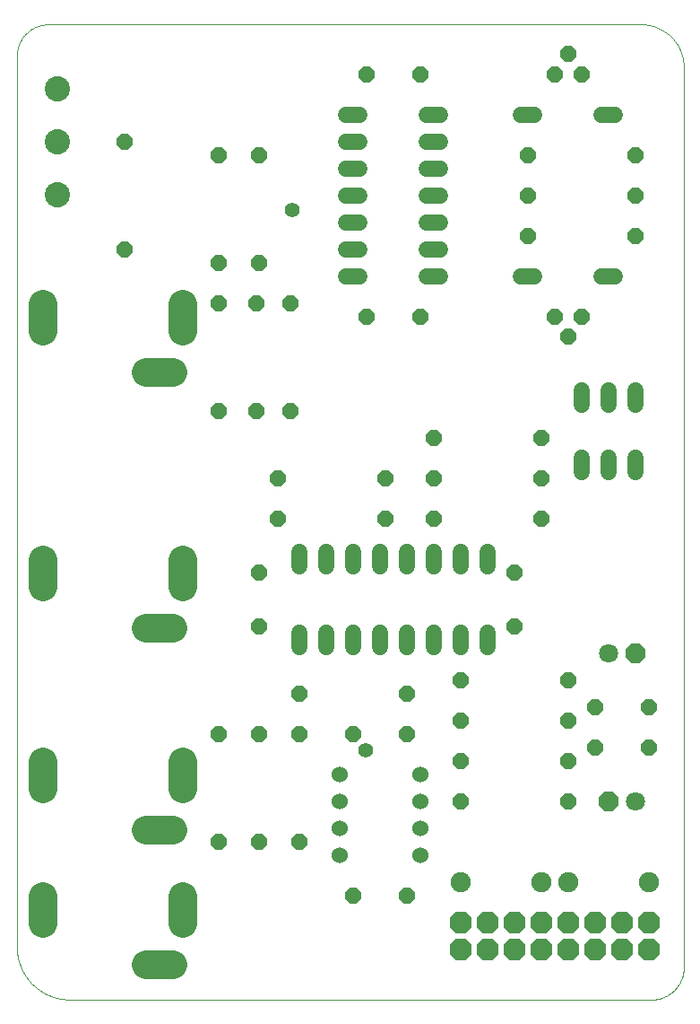
<source format=gts>
G75*
%MOIN*%
%OFA0B0*%
%FSLAX25Y25*%
%IPPOS*%
%LPD*%
%AMOC8*
5,1,8,0,0,1.08239X$1,22.5*
%
%ADD10C,0.00039*%
%ADD11C,0.10800*%
%ADD12C,0.00000*%
%ADD13C,0.05918*%
%ADD14C,0.07100*%
%ADD15OC8,0.07100*%
%ADD16OC8,0.06000*%
%ADD17C,0.06000*%
%ADD18C,0.06000*%
%ADD19C,0.09400*%
%ADD20OC8,0.08200*%
%ADD21C,0.07493*%
%ADD22C,0.05550*%
D10*
X0040337Y0020882D02*
X0040337Y0351591D01*
X0040340Y0351876D01*
X0040351Y0352162D01*
X0040368Y0352447D01*
X0040392Y0352731D01*
X0040423Y0353015D01*
X0040461Y0353298D01*
X0040506Y0353579D01*
X0040557Y0353860D01*
X0040615Y0354140D01*
X0040680Y0354418D01*
X0040752Y0354694D01*
X0040830Y0354968D01*
X0040915Y0355241D01*
X0041007Y0355511D01*
X0041105Y0355779D01*
X0041209Y0356045D01*
X0041320Y0356308D01*
X0041437Y0356568D01*
X0041560Y0356826D01*
X0041690Y0357080D01*
X0041826Y0357331D01*
X0041967Y0357579D01*
X0042115Y0357823D01*
X0042268Y0358064D01*
X0042428Y0358300D01*
X0042593Y0358533D01*
X0042763Y0358762D01*
X0042939Y0358987D01*
X0043121Y0359207D01*
X0043307Y0359423D01*
X0043499Y0359634D01*
X0043696Y0359841D01*
X0043898Y0360043D01*
X0044105Y0360240D01*
X0044316Y0360432D01*
X0044532Y0360618D01*
X0044752Y0360800D01*
X0044977Y0360976D01*
X0045206Y0361146D01*
X0045439Y0361311D01*
X0045675Y0361471D01*
X0045916Y0361624D01*
X0046160Y0361772D01*
X0046408Y0361913D01*
X0046659Y0362049D01*
X0046913Y0362179D01*
X0047171Y0362302D01*
X0047431Y0362419D01*
X0047694Y0362530D01*
X0047960Y0362634D01*
X0048228Y0362732D01*
X0048498Y0362824D01*
X0048771Y0362909D01*
X0049045Y0362987D01*
X0049321Y0363059D01*
X0049599Y0363124D01*
X0049879Y0363182D01*
X0050160Y0363233D01*
X0050441Y0363278D01*
X0050724Y0363316D01*
X0051008Y0363347D01*
X0051292Y0363371D01*
X0051577Y0363388D01*
X0051863Y0363399D01*
X0052148Y0363402D01*
X0272620Y0363402D01*
X0273001Y0363397D01*
X0273381Y0363384D01*
X0273761Y0363361D01*
X0274140Y0363328D01*
X0274518Y0363287D01*
X0274895Y0363237D01*
X0275271Y0363177D01*
X0275646Y0363109D01*
X0276018Y0363031D01*
X0276389Y0362944D01*
X0276757Y0362849D01*
X0277123Y0362744D01*
X0277486Y0362631D01*
X0277847Y0362509D01*
X0278204Y0362379D01*
X0278558Y0362239D01*
X0278909Y0362092D01*
X0279256Y0361935D01*
X0279599Y0361771D01*
X0279938Y0361598D01*
X0280273Y0361417D01*
X0280604Y0361228D01*
X0280929Y0361031D01*
X0281250Y0360827D01*
X0281566Y0360614D01*
X0281876Y0360394D01*
X0282182Y0360167D01*
X0282481Y0359932D01*
X0282775Y0359690D01*
X0283063Y0359442D01*
X0283345Y0359186D01*
X0283620Y0358923D01*
X0283889Y0358654D01*
X0284152Y0358379D01*
X0284408Y0358097D01*
X0284656Y0357809D01*
X0284898Y0357515D01*
X0285133Y0357216D01*
X0285360Y0356910D01*
X0285580Y0356600D01*
X0285793Y0356284D01*
X0285997Y0355963D01*
X0286194Y0355638D01*
X0286383Y0355307D01*
X0286564Y0354972D01*
X0286737Y0354633D01*
X0286901Y0354290D01*
X0287058Y0353943D01*
X0287205Y0353592D01*
X0287345Y0353238D01*
X0287475Y0352881D01*
X0287597Y0352520D01*
X0287710Y0352157D01*
X0287815Y0351791D01*
X0287910Y0351423D01*
X0287997Y0351052D01*
X0288075Y0350680D01*
X0288143Y0350305D01*
X0288203Y0349929D01*
X0288253Y0349552D01*
X0288294Y0349174D01*
X0288327Y0348795D01*
X0288350Y0348415D01*
X0288363Y0348035D01*
X0288368Y0347654D01*
X0288369Y0347654D02*
X0288369Y0013008D01*
X0288368Y0013008D02*
X0288365Y0012723D01*
X0288354Y0012437D01*
X0288337Y0012152D01*
X0288313Y0011868D01*
X0288282Y0011584D01*
X0288244Y0011301D01*
X0288199Y0011020D01*
X0288148Y0010739D01*
X0288090Y0010459D01*
X0288025Y0010181D01*
X0287953Y0009905D01*
X0287875Y0009631D01*
X0287790Y0009358D01*
X0287698Y0009088D01*
X0287600Y0008820D01*
X0287496Y0008554D01*
X0287385Y0008291D01*
X0287268Y0008031D01*
X0287145Y0007773D01*
X0287015Y0007519D01*
X0286879Y0007268D01*
X0286738Y0007020D01*
X0286590Y0006776D01*
X0286437Y0006535D01*
X0286277Y0006299D01*
X0286112Y0006066D01*
X0285942Y0005837D01*
X0285766Y0005612D01*
X0285584Y0005392D01*
X0285398Y0005176D01*
X0285206Y0004965D01*
X0285009Y0004758D01*
X0284807Y0004556D01*
X0284600Y0004359D01*
X0284389Y0004167D01*
X0284173Y0003981D01*
X0283953Y0003799D01*
X0283728Y0003623D01*
X0283499Y0003453D01*
X0283266Y0003288D01*
X0283030Y0003128D01*
X0282789Y0002975D01*
X0282545Y0002827D01*
X0282297Y0002686D01*
X0282046Y0002550D01*
X0281792Y0002420D01*
X0281534Y0002297D01*
X0281274Y0002180D01*
X0281011Y0002069D01*
X0280745Y0001965D01*
X0280477Y0001867D01*
X0280207Y0001775D01*
X0279934Y0001690D01*
X0279660Y0001612D01*
X0279384Y0001540D01*
X0279106Y0001475D01*
X0278826Y0001417D01*
X0278545Y0001366D01*
X0278264Y0001321D01*
X0277981Y0001283D01*
X0277697Y0001252D01*
X0277413Y0001228D01*
X0277128Y0001211D01*
X0276842Y0001200D01*
X0276557Y0001197D01*
X0060022Y0001197D01*
X0059546Y0001203D01*
X0059071Y0001220D01*
X0058596Y0001249D01*
X0058122Y0001289D01*
X0057649Y0001341D01*
X0057178Y0001404D01*
X0056708Y0001478D01*
X0056240Y0001564D01*
X0055774Y0001661D01*
X0055311Y0001769D01*
X0054851Y0001888D01*
X0054393Y0002019D01*
X0053939Y0002160D01*
X0053488Y0002313D01*
X0053042Y0002476D01*
X0052599Y0002650D01*
X0052161Y0002835D01*
X0051727Y0003030D01*
X0051298Y0003236D01*
X0050874Y0003452D01*
X0050455Y0003678D01*
X0050042Y0003914D01*
X0049635Y0004160D01*
X0049234Y0004416D01*
X0048840Y0004682D01*
X0048451Y0004957D01*
X0048070Y0005241D01*
X0047696Y0005534D01*
X0047328Y0005836D01*
X0046968Y0006148D01*
X0046616Y0006467D01*
X0046272Y0006795D01*
X0045935Y0007132D01*
X0045607Y0007476D01*
X0045288Y0007828D01*
X0044976Y0008188D01*
X0044674Y0008556D01*
X0044381Y0008930D01*
X0044097Y0009311D01*
X0043822Y0009700D01*
X0043556Y0010094D01*
X0043300Y0010495D01*
X0043054Y0010902D01*
X0042818Y0011315D01*
X0042592Y0011734D01*
X0042376Y0012158D01*
X0042170Y0012587D01*
X0041975Y0013021D01*
X0041790Y0013459D01*
X0041616Y0013902D01*
X0041453Y0014348D01*
X0041300Y0014799D01*
X0041159Y0015253D01*
X0041028Y0015711D01*
X0040909Y0016171D01*
X0040801Y0016634D01*
X0040704Y0017100D01*
X0040618Y0017568D01*
X0040544Y0018038D01*
X0040481Y0018509D01*
X0040429Y0018982D01*
X0040389Y0019456D01*
X0040360Y0019931D01*
X0040343Y0020406D01*
X0040337Y0020882D01*
D11*
X0050180Y0029504D02*
X0050180Y0039504D01*
X0050180Y0079504D02*
X0050180Y0089504D01*
X0088487Y0064031D02*
X0098487Y0064031D01*
X0102148Y0079504D02*
X0102148Y0089504D01*
X0098487Y0139031D02*
X0088487Y0139031D01*
X0102148Y0154504D02*
X0102148Y0164504D01*
X0050180Y0164504D02*
X0050180Y0154504D01*
X0088487Y0234031D02*
X0098487Y0234031D01*
X0102148Y0249504D02*
X0102148Y0259504D01*
X0050180Y0259504D02*
X0050180Y0249504D01*
X0102148Y0039504D02*
X0102148Y0029504D01*
X0098487Y0014031D02*
X0088487Y0014031D01*
D12*
X0087578Y0014019D02*
X0087580Y0014120D01*
X0087586Y0014221D01*
X0087596Y0014322D01*
X0087610Y0014422D01*
X0087628Y0014521D01*
X0087650Y0014620D01*
X0087675Y0014718D01*
X0087705Y0014815D01*
X0087738Y0014910D01*
X0087775Y0015004D01*
X0087816Y0015097D01*
X0087860Y0015188D01*
X0087908Y0015277D01*
X0087960Y0015364D01*
X0088015Y0015449D01*
X0088073Y0015531D01*
X0088134Y0015612D01*
X0088199Y0015690D01*
X0088266Y0015765D01*
X0088336Y0015837D01*
X0088410Y0015907D01*
X0088486Y0015974D01*
X0088564Y0016038D01*
X0088645Y0016098D01*
X0088728Y0016155D01*
X0088814Y0016209D01*
X0088902Y0016260D01*
X0088991Y0016307D01*
X0089082Y0016351D01*
X0089175Y0016390D01*
X0089270Y0016427D01*
X0089365Y0016459D01*
X0089462Y0016488D01*
X0089561Y0016512D01*
X0089659Y0016533D01*
X0089759Y0016550D01*
X0089859Y0016563D01*
X0089960Y0016572D01*
X0090061Y0016577D01*
X0090162Y0016578D01*
X0090263Y0016575D01*
X0090364Y0016568D01*
X0090465Y0016557D01*
X0090565Y0016542D01*
X0090664Y0016523D01*
X0090763Y0016500D01*
X0090860Y0016474D01*
X0090957Y0016443D01*
X0091052Y0016409D01*
X0091145Y0016371D01*
X0091238Y0016329D01*
X0091328Y0016284D01*
X0091417Y0016235D01*
X0091503Y0016183D01*
X0091587Y0016127D01*
X0091670Y0016068D01*
X0091749Y0016006D01*
X0091827Y0015941D01*
X0091901Y0015873D01*
X0091973Y0015801D01*
X0092042Y0015728D01*
X0092108Y0015651D01*
X0092171Y0015572D01*
X0092231Y0015490D01*
X0092287Y0015406D01*
X0092340Y0015320D01*
X0092390Y0015232D01*
X0092436Y0015142D01*
X0092479Y0015051D01*
X0092518Y0014957D01*
X0092553Y0014862D01*
X0092584Y0014766D01*
X0092612Y0014669D01*
X0092636Y0014571D01*
X0092656Y0014472D01*
X0092672Y0014372D01*
X0092684Y0014271D01*
X0092692Y0014171D01*
X0092696Y0014070D01*
X0092696Y0013968D01*
X0092692Y0013867D01*
X0092684Y0013767D01*
X0092672Y0013666D01*
X0092656Y0013566D01*
X0092636Y0013467D01*
X0092612Y0013369D01*
X0092584Y0013272D01*
X0092553Y0013176D01*
X0092518Y0013081D01*
X0092479Y0012987D01*
X0092436Y0012896D01*
X0092390Y0012806D01*
X0092340Y0012718D01*
X0092287Y0012632D01*
X0092231Y0012548D01*
X0092171Y0012466D01*
X0092108Y0012387D01*
X0092042Y0012310D01*
X0091973Y0012237D01*
X0091901Y0012165D01*
X0091827Y0012097D01*
X0091749Y0012032D01*
X0091670Y0011970D01*
X0091587Y0011911D01*
X0091503Y0011855D01*
X0091416Y0011803D01*
X0091328Y0011754D01*
X0091238Y0011709D01*
X0091145Y0011667D01*
X0091052Y0011629D01*
X0090957Y0011595D01*
X0090860Y0011564D01*
X0090763Y0011538D01*
X0090664Y0011515D01*
X0090565Y0011496D01*
X0090465Y0011481D01*
X0090364Y0011470D01*
X0090263Y0011463D01*
X0090162Y0011460D01*
X0090061Y0011461D01*
X0089960Y0011466D01*
X0089859Y0011475D01*
X0089759Y0011488D01*
X0089659Y0011505D01*
X0089561Y0011526D01*
X0089462Y0011550D01*
X0089365Y0011579D01*
X0089270Y0011611D01*
X0089175Y0011648D01*
X0089082Y0011687D01*
X0088991Y0011731D01*
X0088902Y0011778D01*
X0088814Y0011829D01*
X0088728Y0011883D01*
X0088645Y0011940D01*
X0088564Y0012000D01*
X0088486Y0012064D01*
X0088410Y0012131D01*
X0088336Y0012201D01*
X0088266Y0012273D01*
X0088199Y0012348D01*
X0088134Y0012426D01*
X0088073Y0012507D01*
X0088015Y0012589D01*
X0087960Y0012674D01*
X0087908Y0012761D01*
X0087860Y0012850D01*
X0087816Y0012941D01*
X0087775Y0013034D01*
X0087738Y0013128D01*
X0087705Y0013223D01*
X0087675Y0013320D01*
X0087650Y0013418D01*
X0087628Y0013517D01*
X0087610Y0013616D01*
X0087596Y0013716D01*
X0087586Y0013817D01*
X0087580Y0013918D01*
X0087578Y0014019D01*
X0094278Y0014019D02*
X0094280Y0014120D01*
X0094286Y0014221D01*
X0094296Y0014322D01*
X0094310Y0014422D01*
X0094328Y0014521D01*
X0094350Y0014620D01*
X0094375Y0014718D01*
X0094405Y0014815D01*
X0094438Y0014910D01*
X0094475Y0015004D01*
X0094516Y0015097D01*
X0094560Y0015188D01*
X0094608Y0015277D01*
X0094660Y0015364D01*
X0094715Y0015449D01*
X0094773Y0015531D01*
X0094834Y0015612D01*
X0094899Y0015690D01*
X0094966Y0015765D01*
X0095036Y0015837D01*
X0095110Y0015907D01*
X0095186Y0015974D01*
X0095264Y0016038D01*
X0095345Y0016098D01*
X0095428Y0016155D01*
X0095514Y0016209D01*
X0095602Y0016260D01*
X0095691Y0016307D01*
X0095782Y0016351D01*
X0095875Y0016390D01*
X0095970Y0016427D01*
X0096065Y0016459D01*
X0096162Y0016488D01*
X0096261Y0016512D01*
X0096359Y0016533D01*
X0096459Y0016550D01*
X0096559Y0016563D01*
X0096660Y0016572D01*
X0096761Y0016577D01*
X0096862Y0016578D01*
X0096963Y0016575D01*
X0097064Y0016568D01*
X0097165Y0016557D01*
X0097265Y0016542D01*
X0097364Y0016523D01*
X0097463Y0016500D01*
X0097560Y0016474D01*
X0097657Y0016443D01*
X0097752Y0016409D01*
X0097845Y0016371D01*
X0097938Y0016329D01*
X0098028Y0016284D01*
X0098117Y0016235D01*
X0098203Y0016183D01*
X0098287Y0016127D01*
X0098370Y0016068D01*
X0098449Y0016006D01*
X0098527Y0015941D01*
X0098601Y0015873D01*
X0098673Y0015801D01*
X0098742Y0015728D01*
X0098808Y0015651D01*
X0098871Y0015572D01*
X0098931Y0015490D01*
X0098987Y0015406D01*
X0099040Y0015320D01*
X0099090Y0015232D01*
X0099136Y0015142D01*
X0099179Y0015051D01*
X0099218Y0014957D01*
X0099253Y0014862D01*
X0099284Y0014766D01*
X0099312Y0014669D01*
X0099336Y0014571D01*
X0099356Y0014472D01*
X0099372Y0014372D01*
X0099384Y0014271D01*
X0099392Y0014171D01*
X0099396Y0014070D01*
X0099396Y0013968D01*
X0099392Y0013867D01*
X0099384Y0013767D01*
X0099372Y0013666D01*
X0099356Y0013566D01*
X0099336Y0013467D01*
X0099312Y0013369D01*
X0099284Y0013272D01*
X0099253Y0013176D01*
X0099218Y0013081D01*
X0099179Y0012987D01*
X0099136Y0012896D01*
X0099090Y0012806D01*
X0099040Y0012718D01*
X0098987Y0012632D01*
X0098931Y0012548D01*
X0098871Y0012466D01*
X0098808Y0012387D01*
X0098742Y0012310D01*
X0098673Y0012237D01*
X0098601Y0012165D01*
X0098527Y0012097D01*
X0098449Y0012032D01*
X0098370Y0011970D01*
X0098287Y0011911D01*
X0098203Y0011855D01*
X0098116Y0011803D01*
X0098028Y0011754D01*
X0097938Y0011709D01*
X0097845Y0011667D01*
X0097752Y0011629D01*
X0097657Y0011595D01*
X0097560Y0011564D01*
X0097463Y0011538D01*
X0097364Y0011515D01*
X0097265Y0011496D01*
X0097165Y0011481D01*
X0097064Y0011470D01*
X0096963Y0011463D01*
X0096862Y0011460D01*
X0096761Y0011461D01*
X0096660Y0011466D01*
X0096559Y0011475D01*
X0096459Y0011488D01*
X0096359Y0011505D01*
X0096261Y0011526D01*
X0096162Y0011550D01*
X0096065Y0011579D01*
X0095970Y0011611D01*
X0095875Y0011648D01*
X0095782Y0011687D01*
X0095691Y0011731D01*
X0095602Y0011778D01*
X0095514Y0011829D01*
X0095428Y0011883D01*
X0095345Y0011940D01*
X0095264Y0012000D01*
X0095186Y0012064D01*
X0095110Y0012131D01*
X0095036Y0012201D01*
X0094966Y0012273D01*
X0094899Y0012348D01*
X0094834Y0012426D01*
X0094773Y0012507D01*
X0094715Y0012589D01*
X0094660Y0012674D01*
X0094608Y0012761D01*
X0094560Y0012850D01*
X0094516Y0012941D01*
X0094475Y0013034D01*
X0094438Y0013128D01*
X0094405Y0013223D01*
X0094375Y0013320D01*
X0094350Y0013418D01*
X0094328Y0013517D01*
X0094310Y0013616D01*
X0094296Y0013716D01*
X0094286Y0013817D01*
X0094280Y0013918D01*
X0094278Y0014019D01*
X0099578Y0031219D02*
X0099580Y0031320D01*
X0099586Y0031421D01*
X0099596Y0031522D01*
X0099610Y0031622D01*
X0099628Y0031721D01*
X0099650Y0031820D01*
X0099675Y0031918D01*
X0099705Y0032015D01*
X0099738Y0032110D01*
X0099775Y0032204D01*
X0099816Y0032297D01*
X0099860Y0032388D01*
X0099908Y0032477D01*
X0099960Y0032564D01*
X0100015Y0032649D01*
X0100073Y0032731D01*
X0100134Y0032812D01*
X0100199Y0032890D01*
X0100266Y0032965D01*
X0100336Y0033037D01*
X0100410Y0033107D01*
X0100486Y0033174D01*
X0100564Y0033238D01*
X0100645Y0033298D01*
X0100728Y0033355D01*
X0100814Y0033409D01*
X0100902Y0033460D01*
X0100991Y0033507D01*
X0101082Y0033551D01*
X0101175Y0033590D01*
X0101270Y0033627D01*
X0101365Y0033659D01*
X0101462Y0033688D01*
X0101561Y0033712D01*
X0101659Y0033733D01*
X0101759Y0033750D01*
X0101859Y0033763D01*
X0101960Y0033772D01*
X0102061Y0033777D01*
X0102162Y0033778D01*
X0102263Y0033775D01*
X0102364Y0033768D01*
X0102465Y0033757D01*
X0102565Y0033742D01*
X0102664Y0033723D01*
X0102763Y0033700D01*
X0102860Y0033674D01*
X0102957Y0033643D01*
X0103052Y0033609D01*
X0103145Y0033571D01*
X0103238Y0033529D01*
X0103328Y0033484D01*
X0103417Y0033435D01*
X0103503Y0033383D01*
X0103587Y0033327D01*
X0103670Y0033268D01*
X0103749Y0033206D01*
X0103827Y0033141D01*
X0103901Y0033073D01*
X0103973Y0033001D01*
X0104042Y0032928D01*
X0104108Y0032851D01*
X0104171Y0032772D01*
X0104231Y0032690D01*
X0104287Y0032606D01*
X0104340Y0032520D01*
X0104390Y0032432D01*
X0104436Y0032342D01*
X0104479Y0032251D01*
X0104518Y0032157D01*
X0104553Y0032062D01*
X0104584Y0031966D01*
X0104612Y0031869D01*
X0104636Y0031771D01*
X0104656Y0031672D01*
X0104672Y0031572D01*
X0104684Y0031471D01*
X0104692Y0031371D01*
X0104696Y0031270D01*
X0104696Y0031168D01*
X0104692Y0031067D01*
X0104684Y0030967D01*
X0104672Y0030866D01*
X0104656Y0030766D01*
X0104636Y0030667D01*
X0104612Y0030569D01*
X0104584Y0030472D01*
X0104553Y0030376D01*
X0104518Y0030281D01*
X0104479Y0030187D01*
X0104436Y0030096D01*
X0104390Y0030006D01*
X0104340Y0029918D01*
X0104287Y0029832D01*
X0104231Y0029748D01*
X0104171Y0029666D01*
X0104108Y0029587D01*
X0104042Y0029510D01*
X0103973Y0029437D01*
X0103901Y0029365D01*
X0103827Y0029297D01*
X0103749Y0029232D01*
X0103670Y0029170D01*
X0103587Y0029111D01*
X0103503Y0029055D01*
X0103416Y0029003D01*
X0103328Y0028954D01*
X0103238Y0028909D01*
X0103145Y0028867D01*
X0103052Y0028829D01*
X0102957Y0028795D01*
X0102860Y0028764D01*
X0102763Y0028738D01*
X0102664Y0028715D01*
X0102565Y0028696D01*
X0102465Y0028681D01*
X0102364Y0028670D01*
X0102263Y0028663D01*
X0102162Y0028660D01*
X0102061Y0028661D01*
X0101960Y0028666D01*
X0101859Y0028675D01*
X0101759Y0028688D01*
X0101659Y0028705D01*
X0101561Y0028726D01*
X0101462Y0028750D01*
X0101365Y0028779D01*
X0101270Y0028811D01*
X0101175Y0028848D01*
X0101082Y0028887D01*
X0100991Y0028931D01*
X0100902Y0028978D01*
X0100814Y0029029D01*
X0100728Y0029083D01*
X0100645Y0029140D01*
X0100564Y0029200D01*
X0100486Y0029264D01*
X0100410Y0029331D01*
X0100336Y0029401D01*
X0100266Y0029473D01*
X0100199Y0029548D01*
X0100134Y0029626D01*
X0100073Y0029707D01*
X0100015Y0029789D01*
X0099960Y0029874D01*
X0099908Y0029961D01*
X0099860Y0030050D01*
X0099816Y0030141D01*
X0099775Y0030234D01*
X0099738Y0030328D01*
X0099705Y0030423D01*
X0099675Y0030520D01*
X0099650Y0030618D01*
X0099628Y0030717D01*
X0099610Y0030816D01*
X0099596Y0030916D01*
X0099586Y0031017D01*
X0099580Y0031118D01*
X0099578Y0031219D01*
X0099578Y0037819D02*
X0099580Y0037920D01*
X0099586Y0038021D01*
X0099596Y0038122D01*
X0099610Y0038222D01*
X0099628Y0038321D01*
X0099650Y0038420D01*
X0099675Y0038518D01*
X0099705Y0038615D01*
X0099738Y0038710D01*
X0099775Y0038804D01*
X0099816Y0038897D01*
X0099860Y0038988D01*
X0099908Y0039077D01*
X0099960Y0039164D01*
X0100015Y0039249D01*
X0100073Y0039331D01*
X0100134Y0039412D01*
X0100199Y0039490D01*
X0100266Y0039565D01*
X0100336Y0039637D01*
X0100410Y0039707D01*
X0100486Y0039774D01*
X0100564Y0039838D01*
X0100645Y0039898D01*
X0100728Y0039955D01*
X0100814Y0040009D01*
X0100902Y0040060D01*
X0100991Y0040107D01*
X0101082Y0040151D01*
X0101175Y0040190D01*
X0101270Y0040227D01*
X0101365Y0040259D01*
X0101462Y0040288D01*
X0101561Y0040312D01*
X0101659Y0040333D01*
X0101759Y0040350D01*
X0101859Y0040363D01*
X0101960Y0040372D01*
X0102061Y0040377D01*
X0102162Y0040378D01*
X0102263Y0040375D01*
X0102364Y0040368D01*
X0102465Y0040357D01*
X0102565Y0040342D01*
X0102664Y0040323D01*
X0102763Y0040300D01*
X0102860Y0040274D01*
X0102957Y0040243D01*
X0103052Y0040209D01*
X0103145Y0040171D01*
X0103238Y0040129D01*
X0103328Y0040084D01*
X0103417Y0040035D01*
X0103503Y0039983D01*
X0103587Y0039927D01*
X0103670Y0039868D01*
X0103749Y0039806D01*
X0103827Y0039741D01*
X0103901Y0039673D01*
X0103973Y0039601D01*
X0104042Y0039528D01*
X0104108Y0039451D01*
X0104171Y0039372D01*
X0104231Y0039290D01*
X0104287Y0039206D01*
X0104340Y0039120D01*
X0104390Y0039032D01*
X0104436Y0038942D01*
X0104479Y0038851D01*
X0104518Y0038757D01*
X0104553Y0038662D01*
X0104584Y0038566D01*
X0104612Y0038469D01*
X0104636Y0038371D01*
X0104656Y0038272D01*
X0104672Y0038172D01*
X0104684Y0038071D01*
X0104692Y0037971D01*
X0104696Y0037870D01*
X0104696Y0037768D01*
X0104692Y0037667D01*
X0104684Y0037567D01*
X0104672Y0037466D01*
X0104656Y0037366D01*
X0104636Y0037267D01*
X0104612Y0037169D01*
X0104584Y0037072D01*
X0104553Y0036976D01*
X0104518Y0036881D01*
X0104479Y0036787D01*
X0104436Y0036696D01*
X0104390Y0036606D01*
X0104340Y0036518D01*
X0104287Y0036432D01*
X0104231Y0036348D01*
X0104171Y0036266D01*
X0104108Y0036187D01*
X0104042Y0036110D01*
X0103973Y0036037D01*
X0103901Y0035965D01*
X0103827Y0035897D01*
X0103749Y0035832D01*
X0103670Y0035770D01*
X0103587Y0035711D01*
X0103503Y0035655D01*
X0103416Y0035603D01*
X0103328Y0035554D01*
X0103238Y0035509D01*
X0103145Y0035467D01*
X0103052Y0035429D01*
X0102957Y0035395D01*
X0102860Y0035364D01*
X0102763Y0035338D01*
X0102664Y0035315D01*
X0102565Y0035296D01*
X0102465Y0035281D01*
X0102364Y0035270D01*
X0102263Y0035263D01*
X0102162Y0035260D01*
X0102061Y0035261D01*
X0101960Y0035266D01*
X0101859Y0035275D01*
X0101759Y0035288D01*
X0101659Y0035305D01*
X0101561Y0035326D01*
X0101462Y0035350D01*
X0101365Y0035379D01*
X0101270Y0035411D01*
X0101175Y0035448D01*
X0101082Y0035487D01*
X0100991Y0035531D01*
X0100902Y0035578D01*
X0100814Y0035629D01*
X0100728Y0035683D01*
X0100645Y0035740D01*
X0100564Y0035800D01*
X0100486Y0035864D01*
X0100410Y0035931D01*
X0100336Y0036001D01*
X0100266Y0036073D01*
X0100199Y0036148D01*
X0100134Y0036226D01*
X0100073Y0036307D01*
X0100015Y0036389D01*
X0099960Y0036474D01*
X0099908Y0036561D01*
X0099860Y0036650D01*
X0099816Y0036741D01*
X0099775Y0036834D01*
X0099738Y0036928D01*
X0099705Y0037023D01*
X0099675Y0037120D01*
X0099650Y0037218D01*
X0099628Y0037317D01*
X0099610Y0037416D01*
X0099596Y0037516D01*
X0099586Y0037617D01*
X0099580Y0037718D01*
X0099578Y0037819D01*
X0094278Y0064019D02*
X0094280Y0064120D01*
X0094286Y0064221D01*
X0094296Y0064322D01*
X0094310Y0064422D01*
X0094328Y0064521D01*
X0094350Y0064620D01*
X0094375Y0064718D01*
X0094405Y0064815D01*
X0094438Y0064910D01*
X0094475Y0065004D01*
X0094516Y0065097D01*
X0094560Y0065188D01*
X0094608Y0065277D01*
X0094660Y0065364D01*
X0094715Y0065449D01*
X0094773Y0065531D01*
X0094834Y0065612D01*
X0094899Y0065690D01*
X0094966Y0065765D01*
X0095036Y0065837D01*
X0095110Y0065907D01*
X0095186Y0065974D01*
X0095264Y0066038D01*
X0095345Y0066098D01*
X0095428Y0066155D01*
X0095514Y0066209D01*
X0095602Y0066260D01*
X0095691Y0066307D01*
X0095782Y0066351D01*
X0095875Y0066390D01*
X0095970Y0066427D01*
X0096065Y0066459D01*
X0096162Y0066488D01*
X0096261Y0066512D01*
X0096359Y0066533D01*
X0096459Y0066550D01*
X0096559Y0066563D01*
X0096660Y0066572D01*
X0096761Y0066577D01*
X0096862Y0066578D01*
X0096963Y0066575D01*
X0097064Y0066568D01*
X0097165Y0066557D01*
X0097265Y0066542D01*
X0097364Y0066523D01*
X0097463Y0066500D01*
X0097560Y0066474D01*
X0097657Y0066443D01*
X0097752Y0066409D01*
X0097845Y0066371D01*
X0097938Y0066329D01*
X0098028Y0066284D01*
X0098117Y0066235D01*
X0098203Y0066183D01*
X0098287Y0066127D01*
X0098370Y0066068D01*
X0098449Y0066006D01*
X0098527Y0065941D01*
X0098601Y0065873D01*
X0098673Y0065801D01*
X0098742Y0065728D01*
X0098808Y0065651D01*
X0098871Y0065572D01*
X0098931Y0065490D01*
X0098987Y0065406D01*
X0099040Y0065320D01*
X0099090Y0065232D01*
X0099136Y0065142D01*
X0099179Y0065051D01*
X0099218Y0064957D01*
X0099253Y0064862D01*
X0099284Y0064766D01*
X0099312Y0064669D01*
X0099336Y0064571D01*
X0099356Y0064472D01*
X0099372Y0064372D01*
X0099384Y0064271D01*
X0099392Y0064171D01*
X0099396Y0064070D01*
X0099396Y0063968D01*
X0099392Y0063867D01*
X0099384Y0063767D01*
X0099372Y0063666D01*
X0099356Y0063566D01*
X0099336Y0063467D01*
X0099312Y0063369D01*
X0099284Y0063272D01*
X0099253Y0063176D01*
X0099218Y0063081D01*
X0099179Y0062987D01*
X0099136Y0062896D01*
X0099090Y0062806D01*
X0099040Y0062718D01*
X0098987Y0062632D01*
X0098931Y0062548D01*
X0098871Y0062466D01*
X0098808Y0062387D01*
X0098742Y0062310D01*
X0098673Y0062237D01*
X0098601Y0062165D01*
X0098527Y0062097D01*
X0098449Y0062032D01*
X0098370Y0061970D01*
X0098287Y0061911D01*
X0098203Y0061855D01*
X0098116Y0061803D01*
X0098028Y0061754D01*
X0097938Y0061709D01*
X0097845Y0061667D01*
X0097752Y0061629D01*
X0097657Y0061595D01*
X0097560Y0061564D01*
X0097463Y0061538D01*
X0097364Y0061515D01*
X0097265Y0061496D01*
X0097165Y0061481D01*
X0097064Y0061470D01*
X0096963Y0061463D01*
X0096862Y0061460D01*
X0096761Y0061461D01*
X0096660Y0061466D01*
X0096559Y0061475D01*
X0096459Y0061488D01*
X0096359Y0061505D01*
X0096261Y0061526D01*
X0096162Y0061550D01*
X0096065Y0061579D01*
X0095970Y0061611D01*
X0095875Y0061648D01*
X0095782Y0061687D01*
X0095691Y0061731D01*
X0095602Y0061778D01*
X0095514Y0061829D01*
X0095428Y0061883D01*
X0095345Y0061940D01*
X0095264Y0062000D01*
X0095186Y0062064D01*
X0095110Y0062131D01*
X0095036Y0062201D01*
X0094966Y0062273D01*
X0094899Y0062348D01*
X0094834Y0062426D01*
X0094773Y0062507D01*
X0094715Y0062589D01*
X0094660Y0062674D01*
X0094608Y0062761D01*
X0094560Y0062850D01*
X0094516Y0062941D01*
X0094475Y0063034D01*
X0094438Y0063128D01*
X0094405Y0063223D01*
X0094375Y0063320D01*
X0094350Y0063418D01*
X0094328Y0063517D01*
X0094310Y0063616D01*
X0094296Y0063716D01*
X0094286Y0063817D01*
X0094280Y0063918D01*
X0094278Y0064019D01*
X0087578Y0064019D02*
X0087580Y0064120D01*
X0087586Y0064221D01*
X0087596Y0064322D01*
X0087610Y0064422D01*
X0087628Y0064521D01*
X0087650Y0064620D01*
X0087675Y0064718D01*
X0087705Y0064815D01*
X0087738Y0064910D01*
X0087775Y0065004D01*
X0087816Y0065097D01*
X0087860Y0065188D01*
X0087908Y0065277D01*
X0087960Y0065364D01*
X0088015Y0065449D01*
X0088073Y0065531D01*
X0088134Y0065612D01*
X0088199Y0065690D01*
X0088266Y0065765D01*
X0088336Y0065837D01*
X0088410Y0065907D01*
X0088486Y0065974D01*
X0088564Y0066038D01*
X0088645Y0066098D01*
X0088728Y0066155D01*
X0088814Y0066209D01*
X0088902Y0066260D01*
X0088991Y0066307D01*
X0089082Y0066351D01*
X0089175Y0066390D01*
X0089270Y0066427D01*
X0089365Y0066459D01*
X0089462Y0066488D01*
X0089561Y0066512D01*
X0089659Y0066533D01*
X0089759Y0066550D01*
X0089859Y0066563D01*
X0089960Y0066572D01*
X0090061Y0066577D01*
X0090162Y0066578D01*
X0090263Y0066575D01*
X0090364Y0066568D01*
X0090465Y0066557D01*
X0090565Y0066542D01*
X0090664Y0066523D01*
X0090763Y0066500D01*
X0090860Y0066474D01*
X0090957Y0066443D01*
X0091052Y0066409D01*
X0091145Y0066371D01*
X0091238Y0066329D01*
X0091328Y0066284D01*
X0091417Y0066235D01*
X0091503Y0066183D01*
X0091587Y0066127D01*
X0091670Y0066068D01*
X0091749Y0066006D01*
X0091827Y0065941D01*
X0091901Y0065873D01*
X0091973Y0065801D01*
X0092042Y0065728D01*
X0092108Y0065651D01*
X0092171Y0065572D01*
X0092231Y0065490D01*
X0092287Y0065406D01*
X0092340Y0065320D01*
X0092390Y0065232D01*
X0092436Y0065142D01*
X0092479Y0065051D01*
X0092518Y0064957D01*
X0092553Y0064862D01*
X0092584Y0064766D01*
X0092612Y0064669D01*
X0092636Y0064571D01*
X0092656Y0064472D01*
X0092672Y0064372D01*
X0092684Y0064271D01*
X0092692Y0064171D01*
X0092696Y0064070D01*
X0092696Y0063968D01*
X0092692Y0063867D01*
X0092684Y0063767D01*
X0092672Y0063666D01*
X0092656Y0063566D01*
X0092636Y0063467D01*
X0092612Y0063369D01*
X0092584Y0063272D01*
X0092553Y0063176D01*
X0092518Y0063081D01*
X0092479Y0062987D01*
X0092436Y0062896D01*
X0092390Y0062806D01*
X0092340Y0062718D01*
X0092287Y0062632D01*
X0092231Y0062548D01*
X0092171Y0062466D01*
X0092108Y0062387D01*
X0092042Y0062310D01*
X0091973Y0062237D01*
X0091901Y0062165D01*
X0091827Y0062097D01*
X0091749Y0062032D01*
X0091670Y0061970D01*
X0091587Y0061911D01*
X0091503Y0061855D01*
X0091416Y0061803D01*
X0091328Y0061754D01*
X0091238Y0061709D01*
X0091145Y0061667D01*
X0091052Y0061629D01*
X0090957Y0061595D01*
X0090860Y0061564D01*
X0090763Y0061538D01*
X0090664Y0061515D01*
X0090565Y0061496D01*
X0090465Y0061481D01*
X0090364Y0061470D01*
X0090263Y0061463D01*
X0090162Y0061460D01*
X0090061Y0061461D01*
X0089960Y0061466D01*
X0089859Y0061475D01*
X0089759Y0061488D01*
X0089659Y0061505D01*
X0089561Y0061526D01*
X0089462Y0061550D01*
X0089365Y0061579D01*
X0089270Y0061611D01*
X0089175Y0061648D01*
X0089082Y0061687D01*
X0088991Y0061731D01*
X0088902Y0061778D01*
X0088814Y0061829D01*
X0088728Y0061883D01*
X0088645Y0061940D01*
X0088564Y0062000D01*
X0088486Y0062064D01*
X0088410Y0062131D01*
X0088336Y0062201D01*
X0088266Y0062273D01*
X0088199Y0062348D01*
X0088134Y0062426D01*
X0088073Y0062507D01*
X0088015Y0062589D01*
X0087960Y0062674D01*
X0087908Y0062761D01*
X0087860Y0062850D01*
X0087816Y0062941D01*
X0087775Y0063034D01*
X0087738Y0063128D01*
X0087705Y0063223D01*
X0087675Y0063320D01*
X0087650Y0063418D01*
X0087628Y0063517D01*
X0087610Y0063616D01*
X0087596Y0063716D01*
X0087586Y0063817D01*
X0087580Y0063918D01*
X0087578Y0064019D01*
X0099578Y0081219D02*
X0099580Y0081320D01*
X0099586Y0081421D01*
X0099596Y0081522D01*
X0099610Y0081622D01*
X0099628Y0081721D01*
X0099650Y0081820D01*
X0099675Y0081918D01*
X0099705Y0082015D01*
X0099738Y0082110D01*
X0099775Y0082204D01*
X0099816Y0082297D01*
X0099860Y0082388D01*
X0099908Y0082477D01*
X0099960Y0082564D01*
X0100015Y0082649D01*
X0100073Y0082731D01*
X0100134Y0082812D01*
X0100199Y0082890D01*
X0100266Y0082965D01*
X0100336Y0083037D01*
X0100410Y0083107D01*
X0100486Y0083174D01*
X0100564Y0083238D01*
X0100645Y0083298D01*
X0100728Y0083355D01*
X0100814Y0083409D01*
X0100902Y0083460D01*
X0100991Y0083507D01*
X0101082Y0083551D01*
X0101175Y0083590D01*
X0101270Y0083627D01*
X0101365Y0083659D01*
X0101462Y0083688D01*
X0101561Y0083712D01*
X0101659Y0083733D01*
X0101759Y0083750D01*
X0101859Y0083763D01*
X0101960Y0083772D01*
X0102061Y0083777D01*
X0102162Y0083778D01*
X0102263Y0083775D01*
X0102364Y0083768D01*
X0102465Y0083757D01*
X0102565Y0083742D01*
X0102664Y0083723D01*
X0102763Y0083700D01*
X0102860Y0083674D01*
X0102957Y0083643D01*
X0103052Y0083609D01*
X0103145Y0083571D01*
X0103238Y0083529D01*
X0103328Y0083484D01*
X0103417Y0083435D01*
X0103503Y0083383D01*
X0103587Y0083327D01*
X0103670Y0083268D01*
X0103749Y0083206D01*
X0103827Y0083141D01*
X0103901Y0083073D01*
X0103973Y0083001D01*
X0104042Y0082928D01*
X0104108Y0082851D01*
X0104171Y0082772D01*
X0104231Y0082690D01*
X0104287Y0082606D01*
X0104340Y0082520D01*
X0104390Y0082432D01*
X0104436Y0082342D01*
X0104479Y0082251D01*
X0104518Y0082157D01*
X0104553Y0082062D01*
X0104584Y0081966D01*
X0104612Y0081869D01*
X0104636Y0081771D01*
X0104656Y0081672D01*
X0104672Y0081572D01*
X0104684Y0081471D01*
X0104692Y0081371D01*
X0104696Y0081270D01*
X0104696Y0081168D01*
X0104692Y0081067D01*
X0104684Y0080967D01*
X0104672Y0080866D01*
X0104656Y0080766D01*
X0104636Y0080667D01*
X0104612Y0080569D01*
X0104584Y0080472D01*
X0104553Y0080376D01*
X0104518Y0080281D01*
X0104479Y0080187D01*
X0104436Y0080096D01*
X0104390Y0080006D01*
X0104340Y0079918D01*
X0104287Y0079832D01*
X0104231Y0079748D01*
X0104171Y0079666D01*
X0104108Y0079587D01*
X0104042Y0079510D01*
X0103973Y0079437D01*
X0103901Y0079365D01*
X0103827Y0079297D01*
X0103749Y0079232D01*
X0103670Y0079170D01*
X0103587Y0079111D01*
X0103503Y0079055D01*
X0103416Y0079003D01*
X0103328Y0078954D01*
X0103238Y0078909D01*
X0103145Y0078867D01*
X0103052Y0078829D01*
X0102957Y0078795D01*
X0102860Y0078764D01*
X0102763Y0078738D01*
X0102664Y0078715D01*
X0102565Y0078696D01*
X0102465Y0078681D01*
X0102364Y0078670D01*
X0102263Y0078663D01*
X0102162Y0078660D01*
X0102061Y0078661D01*
X0101960Y0078666D01*
X0101859Y0078675D01*
X0101759Y0078688D01*
X0101659Y0078705D01*
X0101561Y0078726D01*
X0101462Y0078750D01*
X0101365Y0078779D01*
X0101270Y0078811D01*
X0101175Y0078848D01*
X0101082Y0078887D01*
X0100991Y0078931D01*
X0100902Y0078978D01*
X0100814Y0079029D01*
X0100728Y0079083D01*
X0100645Y0079140D01*
X0100564Y0079200D01*
X0100486Y0079264D01*
X0100410Y0079331D01*
X0100336Y0079401D01*
X0100266Y0079473D01*
X0100199Y0079548D01*
X0100134Y0079626D01*
X0100073Y0079707D01*
X0100015Y0079789D01*
X0099960Y0079874D01*
X0099908Y0079961D01*
X0099860Y0080050D01*
X0099816Y0080141D01*
X0099775Y0080234D01*
X0099738Y0080328D01*
X0099705Y0080423D01*
X0099675Y0080520D01*
X0099650Y0080618D01*
X0099628Y0080717D01*
X0099610Y0080816D01*
X0099596Y0080916D01*
X0099586Y0081017D01*
X0099580Y0081118D01*
X0099578Y0081219D01*
X0099578Y0087819D02*
X0099580Y0087920D01*
X0099586Y0088021D01*
X0099596Y0088122D01*
X0099610Y0088222D01*
X0099628Y0088321D01*
X0099650Y0088420D01*
X0099675Y0088518D01*
X0099705Y0088615D01*
X0099738Y0088710D01*
X0099775Y0088804D01*
X0099816Y0088897D01*
X0099860Y0088988D01*
X0099908Y0089077D01*
X0099960Y0089164D01*
X0100015Y0089249D01*
X0100073Y0089331D01*
X0100134Y0089412D01*
X0100199Y0089490D01*
X0100266Y0089565D01*
X0100336Y0089637D01*
X0100410Y0089707D01*
X0100486Y0089774D01*
X0100564Y0089838D01*
X0100645Y0089898D01*
X0100728Y0089955D01*
X0100814Y0090009D01*
X0100902Y0090060D01*
X0100991Y0090107D01*
X0101082Y0090151D01*
X0101175Y0090190D01*
X0101270Y0090227D01*
X0101365Y0090259D01*
X0101462Y0090288D01*
X0101561Y0090312D01*
X0101659Y0090333D01*
X0101759Y0090350D01*
X0101859Y0090363D01*
X0101960Y0090372D01*
X0102061Y0090377D01*
X0102162Y0090378D01*
X0102263Y0090375D01*
X0102364Y0090368D01*
X0102465Y0090357D01*
X0102565Y0090342D01*
X0102664Y0090323D01*
X0102763Y0090300D01*
X0102860Y0090274D01*
X0102957Y0090243D01*
X0103052Y0090209D01*
X0103145Y0090171D01*
X0103238Y0090129D01*
X0103328Y0090084D01*
X0103417Y0090035D01*
X0103503Y0089983D01*
X0103587Y0089927D01*
X0103670Y0089868D01*
X0103749Y0089806D01*
X0103827Y0089741D01*
X0103901Y0089673D01*
X0103973Y0089601D01*
X0104042Y0089528D01*
X0104108Y0089451D01*
X0104171Y0089372D01*
X0104231Y0089290D01*
X0104287Y0089206D01*
X0104340Y0089120D01*
X0104390Y0089032D01*
X0104436Y0088942D01*
X0104479Y0088851D01*
X0104518Y0088757D01*
X0104553Y0088662D01*
X0104584Y0088566D01*
X0104612Y0088469D01*
X0104636Y0088371D01*
X0104656Y0088272D01*
X0104672Y0088172D01*
X0104684Y0088071D01*
X0104692Y0087971D01*
X0104696Y0087870D01*
X0104696Y0087768D01*
X0104692Y0087667D01*
X0104684Y0087567D01*
X0104672Y0087466D01*
X0104656Y0087366D01*
X0104636Y0087267D01*
X0104612Y0087169D01*
X0104584Y0087072D01*
X0104553Y0086976D01*
X0104518Y0086881D01*
X0104479Y0086787D01*
X0104436Y0086696D01*
X0104390Y0086606D01*
X0104340Y0086518D01*
X0104287Y0086432D01*
X0104231Y0086348D01*
X0104171Y0086266D01*
X0104108Y0086187D01*
X0104042Y0086110D01*
X0103973Y0086037D01*
X0103901Y0085965D01*
X0103827Y0085897D01*
X0103749Y0085832D01*
X0103670Y0085770D01*
X0103587Y0085711D01*
X0103503Y0085655D01*
X0103416Y0085603D01*
X0103328Y0085554D01*
X0103238Y0085509D01*
X0103145Y0085467D01*
X0103052Y0085429D01*
X0102957Y0085395D01*
X0102860Y0085364D01*
X0102763Y0085338D01*
X0102664Y0085315D01*
X0102565Y0085296D01*
X0102465Y0085281D01*
X0102364Y0085270D01*
X0102263Y0085263D01*
X0102162Y0085260D01*
X0102061Y0085261D01*
X0101960Y0085266D01*
X0101859Y0085275D01*
X0101759Y0085288D01*
X0101659Y0085305D01*
X0101561Y0085326D01*
X0101462Y0085350D01*
X0101365Y0085379D01*
X0101270Y0085411D01*
X0101175Y0085448D01*
X0101082Y0085487D01*
X0100991Y0085531D01*
X0100902Y0085578D01*
X0100814Y0085629D01*
X0100728Y0085683D01*
X0100645Y0085740D01*
X0100564Y0085800D01*
X0100486Y0085864D01*
X0100410Y0085931D01*
X0100336Y0086001D01*
X0100266Y0086073D01*
X0100199Y0086148D01*
X0100134Y0086226D01*
X0100073Y0086307D01*
X0100015Y0086389D01*
X0099960Y0086474D01*
X0099908Y0086561D01*
X0099860Y0086650D01*
X0099816Y0086741D01*
X0099775Y0086834D01*
X0099738Y0086928D01*
X0099705Y0087023D01*
X0099675Y0087120D01*
X0099650Y0087218D01*
X0099628Y0087317D01*
X0099610Y0087416D01*
X0099596Y0087516D01*
X0099586Y0087617D01*
X0099580Y0087718D01*
X0099578Y0087819D01*
X0094278Y0139019D02*
X0094280Y0139120D01*
X0094286Y0139221D01*
X0094296Y0139322D01*
X0094310Y0139422D01*
X0094328Y0139521D01*
X0094350Y0139620D01*
X0094375Y0139718D01*
X0094405Y0139815D01*
X0094438Y0139910D01*
X0094475Y0140004D01*
X0094516Y0140097D01*
X0094560Y0140188D01*
X0094608Y0140277D01*
X0094660Y0140364D01*
X0094715Y0140449D01*
X0094773Y0140531D01*
X0094834Y0140612D01*
X0094899Y0140690D01*
X0094966Y0140765D01*
X0095036Y0140837D01*
X0095110Y0140907D01*
X0095186Y0140974D01*
X0095264Y0141038D01*
X0095345Y0141098D01*
X0095428Y0141155D01*
X0095514Y0141209D01*
X0095602Y0141260D01*
X0095691Y0141307D01*
X0095782Y0141351D01*
X0095875Y0141390D01*
X0095970Y0141427D01*
X0096065Y0141459D01*
X0096162Y0141488D01*
X0096261Y0141512D01*
X0096359Y0141533D01*
X0096459Y0141550D01*
X0096559Y0141563D01*
X0096660Y0141572D01*
X0096761Y0141577D01*
X0096862Y0141578D01*
X0096963Y0141575D01*
X0097064Y0141568D01*
X0097165Y0141557D01*
X0097265Y0141542D01*
X0097364Y0141523D01*
X0097463Y0141500D01*
X0097560Y0141474D01*
X0097657Y0141443D01*
X0097752Y0141409D01*
X0097845Y0141371D01*
X0097938Y0141329D01*
X0098028Y0141284D01*
X0098117Y0141235D01*
X0098203Y0141183D01*
X0098287Y0141127D01*
X0098370Y0141068D01*
X0098449Y0141006D01*
X0098527Y0140941D01*
X0098601Y0140873D01*
X0098673Y0140801D01*
X0098742Y0140728D01*
X0098808Y0140651D01*
X0098871Y0140572D01*
X0098931Y0140490D01*
X0098987Y0140406D01*
X0099040Y0140320D01*
X0099090Y0140232D01*
X0099136Y0140142D01*
X0099179Y0140051D01*
X0099218Y0139957D01*
X0099253Y0139862D01*
X0099284Y0139766D01*
X0099312Y0139669D01*
X0099336Y0139571D01*
X0099356Y0139472D01*
X0099372Y0139372D01*
X0099384Y0139271D01*
X0099392Y0139171D01*
X0099396Y0139070D01*
X0099396Y0138968D01*
X0099392Y0138867D01*
X0099384Y0138767D01*
X0099372Y0138666D01*
X0099356Y0138566D01*
X0099336Y0138467D01*
X0099312Y0138369D01*
X0099284Y0138272D01*
X0099253Y0138176D01*
X0099218Y0138081D01*
X0099179Y0137987D01*
X0099136Y0137896D01*
X0099090Y0137806D01*
X0099040Y0137718D01*
X0098987Y0137632D01*
X0098931Y0137548D01*
X0098871Y0137466D01*
X0098808Y0137387D01*
X0098742Y0137310D01*
X0098673Y0137237D01*
X0098601Y0137165D01*
X0098527Y0137097D01*
X0098449Y0137032D01*
X0098370Y0136970D01*
X0098287Y0136911D01*
X0098203Y0136855D01*
X0098116Y0136803D01*
X0098028Y0136754D01*
X0097938Y0136709D01*
X0097845Y0136667D01*
X0097752Y0136629D01*
X0097657Y0136595D01*
X0097560Y0136564D01*
X0097463Y0136538D01*
X0097364Y0136515D01*
X0097265Y0136496D01*
X0097165Y0136481D01*
X0097064Y0136470D01*
X0096963Y0136463D01*
X0096862Y0136460D01*
X0096761Y0136461D01*
X0096660Y0136466D01*
X0096559Y0136475D01*
X0096459Y0136488D01*
X0096359Y0136505D01*
X0096261Y0136526D01*
X0096162Y0136550D01*
X0096065Y0136579D01*
X0095970Y0136611D01*
X0095875Y0136648D01*
X0095782Y0136687D01*
X0095691Y0136731D01*
X0095602Y0136778D01*
X0095514Y0136829D01*
X0095428Y0136883D01*
X0095345Y0136940D01*
X0095264Y0137000D01*
X0095186Y0137064D01*
X0095110Y0137131D01*
X0095036Y0137201D01*
X0094966Y0137273D01*
X0094899Y0137348D01*
X0094834Y0137426D01*
X0094773Y0137507D01*
X0094715Y0137589D01*
X0094660Y0137674D01*
X0094608Y0137761D01*
X0094560Y0137850D01*
X0094516Y0137941D01*
X0094475Y0138034D01*
X0094438Y0138128D01*
X0094405Y0138223D01*
X0094375Y0138320D01*
X0094350Y0138418D01*
X0094328Y0138517D01*
X0094310Y0138616D01*
X0094296Y0138716D01*
X0094286Y0138817D01*
X0094280Y0138918D01*
X0094278Y0139019D01*
X0087578Y0139019D02*
X0087580Y0139120D01*
X0087586Y0139221D01*
X0087596Y0139322D01*
X0087610Y0139422D01*
X0087628Y0139521D01*
X0087650Y0139620D01*
X0087675Y0139718D01*
X0087705Y0139815D01*
X0087738Y0139910D01*
X0087775Y0140004D01*
X0087816Y0140097D01*
X0087860Y0140188D01*
X0087908Y0140277D01*
X0087960Y0140364D01*
X0088015Y0140449D01*
X0088073Y0140531D01*
X0088134Y0140612D01*
X0088199Y0140690D01*
X0088266Y0140765D01*
X0088336Y0140837D01*
X0088410Y0140907D01*
X0088486Y0140974D01*
X0088564Y0141038D01*
X0088645Y0141098D01*
X0088728Y0141155D01*
X0088814Y0141209D01*
X0088902Y0141260D01*
X0088991Y0141307D01*
X0089082Y0141351D01*
X0089175Y0141390D01*
X0089270Y0141427D01*
X0089365Y0141459D01*
X0089462Y0141488D01*
X0089561Y0141512D01*
X0089659Y0141533D01*
X0089759Y0141550D01*
X0089859Y0141563D01*
X0089960Y0141572D01*
X0090061Y0141577D01*
X0090162Y0141578D01*
X0090263Y0141575D01*
X0090364Y0141568D01*
X0090465Y0141557D01*
X0090565Y0141542D01*
X0090664Y0141523D01*
X0090763Y0141500D01*
X0090860Y0141474D01*
X0090957Y0141443D01*
X0091052Y0141409D01*
X0091145Y0141371D01*
X0091238Y0141329D01*
X0091328Y0141284D01*
X0091417Y0141235D01*
X0091503Y0141183D01*
X0091587Y0141127D01*
X0091670Y0141068D01*
X0091749Y0141006D01*
X0091827Y0140941D01*
X0091901Y0140873D01*
X0091973Y0140801D01*
X0092042Y0140728D01*
X0092108Y0140651D01*
X0092171Y0140572D01*
X0092231Y0140490D01*
X0092287Y0140406D01*
X0092340Y0140320D01*
X0092390Y0140232D01*
X0092436Y0140142D01*
X0092479Y0140051D01*
X0092518Y0139957D01*
X0092553Y0139862D01*
X0092584Y0139766D01*
X0092612Y0139669D01*
X0092636Y0139571D01*
X0092656Y0139472D01*
X0092672Y0139372D01*
X0092684Y0139271D01*
X0092692Y0139171D01*
X0092696Y0139070D01*
X0092696Y0138968D01*
X0092692Y0138867D01*
X0092684Y0138767D01*
X0092672Y0138666D01*
X0092656Y0138566D01*
X0092636Y0138467D01*
X0092612Y0138369D01*
X0092584Y0138272D01*
X0092553Y0138176D01*
X0092518Y0138081D01*
X0092479Y0137987D01*
X0092436Y0137896D01*
X0092390Y0137806D01*
X0092340Y0137718D01*
X0092287Y0137632D01*
X0092231Y0137548D01*
X0092171Y0137466D01*
X0092108Y0137387D01*
X0092042Y0137310D01*
X0091973Y0137237D01*
X0091901Y0137165D01*
X0091827Y0137097D01*
X0091749Y0137032D01*
X0091670Y0136970D01*
X0091587Y0136911D01*
X0091503Y0136855D01*
X0091416Y0136803D01*
X0091328Y0136754D01*
X0091238Y0136709D01*
X0091145Y0136667D01*
X0091052Y0136629D01*
X0090957Y0136595D01*
X0090860Y0136564D01*
X0090763Y0136538D01*
X0090664Y0136515D01*
X0090565Y0136496D01*
X0090465Y0136481D01*
X0090364Y0136470D01*
X0090263Y0136463D01*
X0090162Y0136460D01*
X0090061Y0136461D01*
X0089960Y0136466D01*
X0089859Y0136475D01*
X0089759Y0136488D01*
X0089659Y0136505D01*
X0089561Y0136526D01*
X0089462Y0136550D01*
X0089365Y0136579D01*
X0089270Y0136611D01*
X0089175Y0136648D01*
X0089082Y0136687D01*
X0088991Y0136731D01*
X0088902Y0136778D01*
X0088814Y0136829D01*
X0088728Y0136883D01*
X0088645Y0136940D01*
X0088564Y0137000D01*
X0088486Y0137064D01*
X0088410Y0137131D01*
X0088336Y0137201D01*
X0088266Y0137273D01*
X0088199Y0137348D01*
X0088134Y0137426D01*
X0088073Y0137507D01*
X0088015Y0137589D01*
X0087960Y0137674D01*
X0087908Y0137761D01*
X0087860Y0137850D01*
X0087816Y0137941D01*
X0087775Y0138034D01*
X0087738Y0138128D01*
X0087705Y0138223D01*
X0087675Y0138320D01*
X0087650Y0138418D01*
X0087628Y0138517D01*
X0087610Y0138616D01*
X0087596Y0138716D01*
X0087586Y0138817D01*
X0087580Y0138918D01*
X0087578Y0139019D01*
X0099578Y0156219D02*
X0099580Y0156320D01*
X0099586Y0156421D01*
X0099596Y0156522D01*
X0099610Y0156622D01*
X0099628Y0156721D01*
X0099650Y0156820D01*
X0099675Y0156918D01*
X0099705Y0157015D01*
X0099738Y0157110D01*
X0099775Y0157204D01*
X0099816Y0157297D01*
X0099860Y0157388D01*
X0099908Y0157477D01*
X0099960Y0157564D01*
X0100015Y0157649D01*
X0100073Y0157731D01*
X0100134Y0157812D01*
X0100199Y0157890D01*
X0100266Y0157965D01*
X0100336Y0158037D01*
X0100410Y0158107D01*
X0100486Y0158174D01*
X0100564Y0158238D01*
X0100645Y0158298D01*
X0100728Y0158355D01*
X0100814Y0158409D01*
X0100902Y0158460D01*
X0100991Y0158507D01*
X0101082Y0158551D01*
X0101175Y0158590D01*
X0101270Y0158627D01*
X0101365Y0158659D01*
X0101462Y0158688D01*
X0101561Y0158712D01*
X0101659Y0158733D01*
X0101759Y0158750D01*
X0101859Y0158763D01*
X0101960Y0158772D01*
X0102061Y0158777D01*
X0102162Y0158778D01*
X0102263Y0158775D01*
X0102364Y0158768D01*
X0102465Y0158757D01*
X0102565Y0158742D01*
X0102664Y0158723D01*
X0102763Y0158700D01*
X0102860Y0158674D01*
X0102957Y0158643D01*
X0103052Y0158609D01*
X0103145Y0158571D01*
X0103238Y0158529D01*
X0103328Y0158484D01*
X0103417Y0158435D01*
X0103503Y0158383D01*
X0103587Y0158327D01*
X0103670Y0158268D01*
X0103749Y0158206D01*
X0103827Y0158141D01*
X0103901Y0158073D01*
X0103973Y0158001D01*
X0104042Y0157928D01*
X0104108Y0157851D01*
X0104171Y0157772D01*
X0104231Y0157690D01*
X0104287Y0157606D01*
X0104340Y0157520D01*
X0104390Y0157432D01*
X0104436Y0157342D01*
X0104479Y0157251D01*
X0104518Y0157157D01*
X0104553Y0157062D01*
X0104584Y0156966D01*
X0104612Y0156869D01*
X0104636Y0156771D01*
X0104656Y0156672D01*
X0104672Y0156572D01*
X0104684Y0156471D01*
X0104692Y0156371D01*
X0104696Y0156270D01*
X0104696Y0156168D01*
X0104692Y0156067D01*
X0104684Y0155967D01*
X0104672Y0155866D01*
X0104656Y0155766D01*
X0104636Y0155667D01*
X0104612Y0155569D01*
X0104584Y0155472D01*
X0104553Y0155376D01*
X0104518Y0155281D01*
X0104479Y0155187D01*
X0104436Y0155096D01*
X0104390Y0155006D01*
X0104340Y0154918D01*
X0104287Y0154832D01*
X0104231Y0154748D01*
X0104171Y0154666D01*
X0104108Y0154587D01*
X0104042Y0154510D01*
X0103973Y0154437D01*
X0103901Y0154365D01*
X0103827Y0154297D01*
X0103749Y0154232D01*
X0103670Y0154170D01*
X0103587Y0154111D01*
X0103503Y0154055D01*
X0103416Y0154003D01*
X0103328Y0153954D01*
X0103238Y0153909D01*
X0103145Y0153867D01*
X0103052Y0153829D01*
X0102957Y0153795D01*
X0102860Y0153764D01*
X0102763Y0153738D01*
X0102664Y0153715D01*
X0102565Y0153696D01*
X0102465Y0153681D01*
X0102364Y0153670D01*
X0102263Y0153663D01*
X0102162Y0153660D01*
X0102061Y0153661D01*
X0101960Y0153666D01*
X0101859Y0153675D01*
X0101759Y0153688D01*
X0101659Y0153705D01*
X0101561Y0153726D01*
X0101462Y0153750D01*
X0101365Y0153779D01*
X0101270Y0153811D01*
X0101175Y0153848D01*
X0101082Y0153887D01*
X0100991Y0153931D01*
X0100902Y0153978D01*
X0100814Y0154029D01*
X0100728Y0154083D01*
X0100645Y0154140D01*
X0100564Y0154200D01*
X0100486Y0154264D01*
X0100410Y0154331D01*
X0100336Y0154401D01*
X0100266Y0154473D01*
X0100199Y0154548D01*
X0100134Y0154626D01*
X0100073Y0154707D01*
X0100015Y0154789D01*
X0099960Y0154874D01*
X0099908Y0154961D01*
X0099860Y0155050D01*
X0099816Y0155141D01*
X0099775Y0155234D01*
X0099738Y0155328D01*
X0099705Y0155423D01*
X0099675Y0155520D01*
X0099650Y0155618D01*
X0099628Y0155717D01*
X0099610Y0155816D01*
X0099596Y0155916D01*
X0099586Y0156017D01*
X0099580Y0156118D01*
X0099578Y0156219D01*
X0099578Y0162819D02*
X0099580Y0162920D01*
X0099586Y0163021D01*
X0099596Y0163122D01*
X0099610Y0163222D01*
X0099628Y0163321D01*
X0099650Y0163420D01*
X0099675Y0163518D01*
X0099705Y0163615D01*
X0099738Y0163710D01*
X0099775Y0163804D01*
X0099816Y0163897D01*
X0099860Y0163988D01*
X0099908Y0164077D01*
X0099960Y0164164D01*
X0100015Y0164249D01*
X0100073Y0164331D01*
X0100134Y0164412D01*
X0100199Y0164490D01*
X0100266Y0164565D01*
X0100336Y0164637D01*
X0100410Y0164707D01*
X0100486Y0164774D01*
X0100564Y0164838D01*
X0100645Y0164898D01*
X0100728Y0164955D01*
X0100814Y0165009D01*
X0100902Y0165060D01*
X0100991Y0165107D01*
X0101082Y0165151D01*
X0101175Y0165190D01*
X0101270Y0165227D01*
X0101365Y0165259D01*
X0101462Y0165288D01*
X0101561Y0165312D01*
X0101659Y0165333D01*
X0101759Y0165350D01*
X0101859Y0165363D01*
X0101960Y0165372D01*
X0102061Y0165377D01*
X0102162Y0165378D01*
X0102263Y0165375D01*
X0102364Y0165368D01*
X0102465Y0165357D01*
X0102565Y0165342D01*
X0102664Y0165323D01*
X0102763Y0165300D01*
X0102860Y0165274D01*
X0102957Y0165243D01*
X0103052Y0165209D01*
X0103145Y0165171D01*
X0103238Y0165129D01*
X0103328Y0165084D01*
X0103417Y0165035D01*
X0103503Y0164983D01*
X0103587Y0164927D01*
X0103670Y0164868D01*
X0103749Y0164806D01*
X0103827Y0164741D01*
X0103901Y0164673D01*
X0103973Y0164601D01*
X0104042Y0164528D01*
X0104108Y0164451D01*
X0104171Y0164372D01*
X0104231Y0164290D01*
X0104287Y0164206D01*
X0104340Y0164120D01*
X0104390Y0164032D01*
X0104436Y0163942D01*
X0104479Y0163851D01*
X0104518Y0163757D01*
X0104553Y0163662D01*
X0104584Y0163566D01*
X0104612Y0163469D01*
X0104636Y0163371D01*
X0104656Y0163272D01*
X0104672Y0163172D01*
X0104684Y0163071D01*
X0104692Y0162971D01*
X0104696Y0162870D01*
X0104696Y0162768D01*
X0104692Y0162667D01*
X0104684Y0162567D01*
X0104672Y0162466D01*
X0104656Y0162366D01*
X0104636Y0162267D01*
X0104612Y0162169D01*
X0104584Y0162072D01*
X0104553Y0161976D01*
X0104518Y0161881D01*
X0104479Y0161787D01*
X0104436Y0161696D01*
X0104390Y0161606D01*
X0104340Y0161518D01*
X0104287Y0161432D01*
X0104231Y0161348D01*
X0104171Y0161266D01*
X0104108Y0161187D01*
X0104042Y0161110D01*
X0103973Y0161037D01*
X0103901Y0160965D01*
X0103827Y0160897D01*
X0103749Y0160832D01*
X0103670Y0160770D01*
X0103587Y0160711D01*
X0103503Y0160655D01*
X0103416Y0160603D01*
X0103328Y0160554D01*
X0103238Y0160509D01*
X0103145Y0160467D01*
X0103052Y0160429D01*
X0102957Y0160395D01*
X0102860Y0160364D01*
X0102763Y0160338D01*
X0102664Y0160315D01*
X0102565Y0160296D01*
X0102465Y0160281D01*
X0102364Y0160270D01*
X0102263Y0160263D01*
X0102162Y0160260D01*
X0102061Y0160261D01*
X0101960Y0160266D01*
X0101859Y0160275D01*
X0101759Y0160288D01*
X0101659Y0160305D01*
X0101561Y0160326D01*
X0101462Y0160350D01*
X0101365Y0160379D01*
X0101270Y0160411D01*
X0101175Y0160448D01*
X0101082Y0160487D01*
X0100991Y0160531D01*
X0100902Y0160578D01*
X0100814Y0160629D01*
X0100728Y0160683D01*
X0100645Y0160740D01*
X0100564Y0160800D01*
X0100486Y0160864D01*
X0100410Y0160931D01*
X0100336Y0161001D01*
X0100266Y0161073D01*
X0100199Y0161148D01*
X0100134Y0161226D01*
X0100073Y0161307D01*
X0100015Y0161389D01*
X0099960Y0161474D01*
X0099908Y0161561D01*
X0099860Y0161650D01*
X0099816Y0161741D01*
X0099775Y0161834D01*
X0099738Y0161928D01*
X0099705Y0162023D01*
X0099675Y0162120D01*
X0099650Y0162218D01*
X0099628Y0162317D01*
X0099610Y0162416D01*
X0099596Y0162516D01*
X0099586Y0162617D01*
X0099580Y0162718D01*
X0099578Y0162819D01*
X0047578Y0162819D02*
X0047580Y0162920D01*
X0047586Y0163021D01*
X0047596Y0163122D01*
X0047610Y0163222D01*
X0047628Y0163321D01*
X0047650Y0163420D01*
X0047675Y0163518D01*
X0047705Y0163615D01*
X0047738Y0163710D01*
X0047775Y0163804D01*
X0047816Y0163897D01*
X0047860Y0163988D01*
X0047908Y0164077D01*
X0047960Y0164164D01*
X0048015Y0164249D01*
X0048073Y0164331D01*
X0048134Y0164412D01*
X0048199Y0164490D01*
X0048266Y0164565D01*
X0048336Y0164637D01*
X0048410Y0164707D01*
X0048486Y0164774D01*
X0048564Y0164838D01*
X0048645Y0164898D01*
X0048728Y0164955D01*
X0048814Y0165009D01*
X0048902Y0165060D01*
X0048991Y0165107D01*
X0049082Y0165151D01*
X0049175Y0165190D01*
X0049270Y0165227D01*
X0049365Y0165259D01*
X0049462Y0165288D01*
X0049561Y0165312D01*
X0049659Y0165333D01*
X0049759Y0165350D01*
X0049859Y0165363D01*
X0049960Y0165372D01*
X0050061Y0165377D01*
X0050162Y0165378D01*
X0050263Y0165375D01*
X0050364Y0165368D01*
X0050465Y0165357D01*
X0050565Y0165342D01*
X0050664Y0165323D01*
X0050763Y0165300D01*
X0050860Y0165274D01*
X0050957Y0165243D01*
X0051052Y0165209D01*
X0051145Y0165171D01*
X0051238Y0165129D01*
X0051328Y0165084D01*
X0051417Y0165035D01*
X0051503Y0164983D01*
X0051587Y0164927D01*
X0051670Y0164868D01*
X0051749Y0164806D01*
X0051827Y0164741D01*
X0051901Y0164673D01*
X0051973Y0164601D01*
X0052042Y0164528D01*
X0052108Y0164451D01*
X0052171Y0164372D01*
X0052231Y0164290D01*
X0052287Y0164206D01*
X0052340Y0164120D01*
X0052390Y0164032D01*
X0052436Y0163942D01*
X0052479Y0163851D01*
X0052518Y0163757D01*
X0052553Y0163662D01*
X0052584Y0163566D01*
X0052612Y0163469D01*
X0052636Y0163371D01*
X0052656Y0163272D01*
X0052672Y0163172D01*
X0052684Y0163071D01*
X0052692Y0162971D01*
X0052696Y0162870D01*
X0052696Y0162768D01*
X0052692Y0162667D01*
X0052684Y0162567D01*
X0052672Y0162466D01*
X0052656Y0162366D01*
X0052636Y0162267D01*
X0052612Y0162169D01*
X0052584Y0162072D01*
X0052553Y0161976D01*
X0052518Y0161881D01*
X0052479Y0161787D01*
X0052436Y0161696D01*
X0052390Y0161606D01*
X0052340Y0161518D01*
X0052287Y0161432D01*
X0052231Y0161348D01*
X0052171Y0161266D01*
X0052108Y0161187D01*
X0052042Y0161110D01*
X0051973Y0161037D01*
X0051901Y0160965D01*
X0051827Y0160897D01*
X0051749Y0160832D01*
X0051670Y0160770D01*
X0051587Y0160711D01*
X0051503Y0160655D01*
X0051416Y0160603D01*
X0051328Y0160554D01*
X0051238Y0160509D01*
X0051145Y0160467D01*
X0051052Y0160429D01*
X0050957Y0160395D01*
X0050860Y0160364D01*
X0050763Y0160338D01*
X0050664Y0160315D01*
X0050565Y0160296D01*
X0050465Y0160281D01*
X0050364Y0160270D01*
X0050263Y0160263D01*
X0050162Y0160260D01*
X0050061Y0160261D01*
X0049960Y0160266D01*
X0049859Y0160275D01*
X0049759Y0160288D01*
X0049659Y0160305D01*
X0049561Y0160326D01*
X0049462Y0160350D01*
X0049365Y0160379D01*
X0049270Y0160411D01*
X0049175Y0160448D01*
X0049082Y0160487D01*
X0048991Y0160531D01*
X0048902Y0160578D01*
X0048814Y0160629D01*
X0048728Y0160683D01*
X0048645Y0160740D01*
X0048564Y0160800D01*
X0048486Y0160864D01*
X0048410Y0160931D01*
X0048336Y0161001D01*
X0048266Y0161073D01*
X0048199Y0161148D01*
X0048134Y0161226D01*
X0048073Y0161307D01*
X0048015Y0161389D01*
X0047960Y0161474D01*
X0047908Y0161561D01*
X0047860Y0161650D01*
X0047816Y0161741D01*
X0047775Y0161834D01*
X0047738Y0161928D01*
X0047705Y0162023D01*
X0047675Y0162120D01*
X0047650Y0162218D01*
X0047628Y0162317D01*
X0047610Y0162416D01*
X0047596Y0162516D01*
X0047586Y0162617D01*
X0047580Y0162718D01*
X0047578Y0162819D01*
X0047578Y0156119D02*
X0047580Y0156220D01*
X0047586Y0156321D01*
X0047596Y0156422D01*
X0047610Y0156522D01*
X0047628Y0156621D01*
X0047650Y0156720D01*
X0047675Y0156818D01*
X0047705Y0156915D01*
X0047738Y0157010D01*
X0047775Y0157104D01*
X0047816Y0157197D01*
X0047860Y0157288D01*
X0047908Y0157377D01*
X0047960Y0157464D01*
X0048015Y0157549D01*
X0048073Y0157631D01*
X0048134Y0157712D01*
X0048199Y0157790D01*
X0048266Y0157865D01*
X0048336Y0157937D01*
X0048410Y0158007D01*
X0048486Y0158074D01*
X0048564Y0158138D01*
X0048645Y0158198D01*
X0048728Y0158255D01*
X0048814Y0158309D01*
X0048902Y0158360D01*
X0048991Y0158407D01*
X0049082Y0158451D01*
X0049175Y0158490D01*
X0049270Y0158527D01*
X0049365Y0158559D01*
X0049462Y0158588D01*
X0049561Y0158612D01*
X0049659Y0158633D01*
X0049759Y0158650D01*
X0049859Y0158663D01*
X0049960Y0158672D01*
X0050061Y0158677D01*
X0050162Y0158678D01*
X0050263Y0158675D01*
X0050364Y0158668D01*
X0050465Y0158657D01*
X0050565Y0158642D01*
X0050664Y0158623D01*
X0050763Y0158600D01*
X0050860Y0158574D01*
X0050957Y0158543D01*
X0051052Y0158509D01*
X0051145Y0158471D01*
X0051238Y0158429D01*
X0051328Y0158384D01*
X0051417Y0158335D01*
X0051503Y0158283D01*
X0051587Y0158227D01*
X0051670Y0158168D01*
X0051749Y0158106D01*
X0051827Y0158041D01*
X0051901Y0157973D01*
X0051973Y0157901D01*
X0052042Y0157828D01*
X0052108Y0157751D01*
X0052171Y0157672D01*
X0052231Y0157590D01*
X0052287Y0157506D01*
X0052340Y0157420D01*
X0052390Y0157332D01*
X0052436Y0157242D01*
X0052479Y0157151D01*
X0052518Y0157057D01*
X0052553Y0156962D01*
X0052584Y0156866D01*
X0052612Y0156769D01*
X0052636Y0156671D01*
X0052656Y0156572D01*
X0052672Y0156472D01*
X0052684Y0156371D01*
X0052692Y0156271D01*
X0052696Y0156170D01*
X0052696Y0156068D01*
X0052692Y0155967D01*
X0052684Y0155867D01*
X0052672Y0155766D01*
X0052656Y0155666D01*
X0052636Y0155567D01*
X0052612Y0155469D01*
X0052584Y0155372D01*
X0052553Y0155276D01*
X0052518Y0155181D01*
X0052479Y0155087D01*
X0052436Y0154996D01*
X0052390Y0154906D01*
X0052340Y0154818D01*
X0052287Y0154732D01*
X0052231Y0154648D01*
X0052171Y0154566D01*
X0052108Y0154487D01*
X0052042Y0154410D01*
X0051973Y0154337D01*
X0051901Y0154265D01*
X0051827Y0154197D01*
X0051749Y0154132D01*
X0051670Y0154070D01*
X0051587Y0154011D01*
X0051503Y0153955D01*
X0051416Y0153903D01*
X0051328Y0153854D01*
X0051238Y0153809D01*
X0051145Y0153767D01*
X0051052Y0153729D01*
X0050957Y0153695D01*
X0050860Y0153664D01*
X0050763Y0153638D01*
X0050664Y0153615D01*
X0050565Y0153596D01*
X0050465Y0153581D01*
X0050364Y0153570D01*
X0050263Y0153563D01*
X0050162Y0153560D01*
X0050061Y0153561D01*
X0049960Y0153566D01*
X0049859Y0153575D01*
X0049759Y0153588D01*
X0049659Y0153605D01*
X0049561Y0153626D01*
X0049462Y0153650D01*
X0049365Y0153679D01*
X0049270Y0153711D01*
X0049175Y0153748D01*
X0049082Y0153787D01*
X0048991Y0153831D01*
X0048902Y0153878D01*
X0048814Y0153929D01*
X0048728Y0153983D01*
X0048645Y0154040D01*
X0048564Y0154100D01*
X0048486Y0154164D01*
X0048410Y0154231D01*
X0048336Y0154301D01*
X0048266Y0154373D01*
X0048199Y0154448D01*
X0048134Y0154526D01*
X0048073Y0154607D01*
X0048015Y0154689D01*
X0047960Y0154774D01*
X0047908Y0154861D01*
X0047860Y0154950D01*
X0047816Y0155041D01*
X0047775Y0155134D01*
X0047738Y0155228D01*
X0047705Y0155323D01*
X0047675Y0155420D01*
X0047650Y0155518D01*
X0047628Y0155617D01*
X0047610Y0155716D01*
X0047596Y0155816D01*
X0047586Y0155917D01*
X0047580Y0156018D01*
X0047578Y0156119D01*
X0047578Y0087819D02*
X0047580Y0087920D01*
X0047586Y0088021D01*
X0047596Y0088122D01*
X0047610Y0088222D01*
X0047628Y0088321D01*
X0047650Y0088420D01*
X0047675Y0088518D01*
X0047705Y0088615D01*
X0047738Y0088710D01*
X0047775Y0088804D01*
X0047816Y0088897D01*
X0047860Y0088988D01*
X0047908Y0089077D01*
X0047960Y0089164D01*
X0048015Y0089249D01*
X0048073Y0089331D01*
X0048134Y0089412D01*
X0048199Y0089490D01*
X0048266Y0089565D01*
X0048336Y0089637D01*
X0048410Y0089707D01*
X0048486Y0089774D01*
X0048564Y0089838D01*
X0048645Y0089898D01*
X0048728Y0089955D01*
X0048814Y0090009D01*
X0048902Y0090060D01*
X0048991Y0090107D01*
X0049082Y0090151D01*
X0049175Y0090190D01*
X0049270Y0090227D01*
X0049365Y0090259D01*
X0049462Y0090288D01*
X0049561Y0090312D01*
X0049659Y0090333D01*
X0049759Y0090350D01*
X0049859Y0090363D01*
X0049960Y0090372D01*
X0050061Y0090377D01*
X0050162Y0090378D01*
X0050263Y0090375D01*
X0050364Y0090368D01*
X0050465Y0090357D01*
X0050565Y0090342D01*
X0050664Y0090323D01*
X0050763Y0090300D01*
X0050860Y0090274D01*
X0050957Y0090243D01*
X0051052Y0090209D01*
X0051145Y0090171D01*
X0051238Y0090129D01*
X0051328Y0090084D01*
X0051417Y0090035D01*
X0051503Y0089983D01*
X0051587Y0089927D01*
X0051670Y0089868D01*
X0051749Y0089806D01*
X0051827Y0089741D01*
X0051901Y0089673D01*
X0051973Y0089601D01*
X0052042Y0089528D01*
X0052108Y0089451D01*
X0052171Y0089372D01*
X0052231Y0089290D01*
X0052287Y0089206D01*
X0052340Y0089120D01*
X0052390Y0089032D01*
X0052436Y0088942D01*
X0052479Y0088851D01*
X0052518Y0088757D01*
X0052553Y0088662D01*
X0052584Y0088566D01*
X0052612Y0088469D01*
X0052636Y0088371D01*
X0052656Y0088272D01*
X0052672Y0088172D01*
X0052684Y0088071D01*
X0052692Y0087971D01*
X0052696Y0087870D01*
X0052696Y0087768D01*
X0052692Y0087667D01*
X0052684Y0087567D01*
X0052672Y0087466D01*
X0052656Y0087366D01*
X0052636Y0087267D01*
X0052612Y0087169D01*
X0052584Y0087072D01*
X0052553Y0086976D01*
X0052518Y0086881D01*
X0052479Y0086787D01*
X0052436Y0086696D01*
X0052390Y0086606D01*
X0052340Y0086518D01*
X0052287Y0086432D01*
X0052231Y0086348D01*
X0052171Y0086266D01*
X0052108Y0086187D01*
X0052042Y0086110D01*
X0051973Y0086037D01*
X0051901Y0085965D01*
X0051827Y0085897D01*
X0051749Y0085832D01*
X0051670Y0085770D01*
X0051587Y0085711D01*
X0051503Y0085655D01*
X0051416Y0085603D01*
X0051328Y0085554D01*
X0051238Y0085509D01*
X0051145Y0085467D01*
X0051052Y0085429D01*
X0050957Y0085395D01*
X0050860Y0085364D01*
X0050763Y0085338D01*
X0050664Y0085315D01*
X0050565Y0085296D01*
X0050465Y0085281D01*
X0050364Y0085270D01*
X0050263Y0085263D01*
X0050162Y0085260D01*
X0050061Y0085261D01*
X0049960Y0085266D01*
X0049859Y0085275D01*
X0049759Y0085288D01*
X0049659Y0085305D01*
X0049561Y0085326D01*
X0049462Y0085350D01*
X0049365Y0085379D01*
X0049270Y0085411D01*
X0049175Y0085448D01*
X0049082Y0085487D01*
X0048991Y0085531D01*
X0048902Y0085578D01*
X0048814Y0085629D01*
X0048728Y0085683D01*
X0048645Y0085740D01*
X0048564Y0085800D01*
X0048486Y0085864D01*
X0048410Y0085931D01*
X0048336Y0086001D01*
X0048266Y0086073D01*
X0048199Y0086148D01*
X0048134Y0086226D01*
X0048073Y0086307D01*
X0048015Y0086389D01*
X0047960Y0086474D01*
X0047908Y0086561D01*
X0047860Y0086650D01*
X0047816Y0086741D01*
X0047775Y0086834D01*
X0047738Y0086928D01*
X0047705Y0087023D01*
X0047675Y0087120D01*
X0047650Y0087218D01*
X0047628Y0087317D01*
X0047610Y0087416D01*
X0047596Y0087516D01*
X0047586Y0087617D01*
X0047580Y0087718D01*
X0047578Y0087819D01*
X0047578Y0081119D02*
X0047580Y0081220D01*
X0047586Y0081321D01*
X0047596Y0081422D01*
X0047610Y0081522D01*
X0047628Y0081621D01*
X0047650Y0081720D01*
X0047675Y0081818D01*
X0047705Y0081915D01*
X0047738Y0082010D01*
X0047775Y0082104D01*
X0047816Y0082197D01*
X0047860Y0082288D01*
X0047908Y0082377D01*
X0047960Y0082464D01*
X0048015Y0082549D01*
X0048073Y0082631D01*
X0048134Y0082712D01*
X0048199Y0082790D01*
X0048266Y0082865D01*
X0048336Y0082937D01*
X0048410Y0083007D01*
X0048486Y0083074D01*
X0048564Y0083138D01*
X0048645Y0083198D01*
X0048728Y0083255D01*
X0048814Y0083309D01*
X0048902Y0083360D01*
X0048991Y0083407D01*
X0049082Y0083451D01*
X0049175Y0083490D01*
X0049270Y0083527D01*
X0049365Y0083559D01*
X0049462Y0083588D01*
X0049561Y0083612D01*
X0049659Y0083633D01*
X0049759Y0083650D01*
X0049859Y0083663D01*
X0049960Y0083672D01*
X0050061Y0083677D01*
X0050162Y0083678D01*
X0050263Y0083675D01*
X0050364Y0083668D01*
X0050465Y0083657D01*
X0050565Y0083642D01*
X0050664Y0083623D01*
X0050763Y0083600D01*
X0050860Y0083574D01*
X0050957Y0083543D01*
X0051052Y0083509D01*
X0051145Y0083471D01*
X0051238Y0083429D01*
X0051328Y0083384D01*
X0051417Y0083335D01*
X0051503Y0083283D01*
X0051587Y0083227D01*
X0051670Y0083168D01*
X0051749Y0083106D01*
X0051827Y0083041D01*
X0051901Y0082973D01*
X0051973Y0082901D01*
X0052042Y0082828D01*
X0052108Y0082751D01*
X0052171Y0082672D01*
X0052231Y0082590D01*
X0052287Y0082506D01*
X0052340Y0082420D01*
X0052390Y0082332D01*
X0052436Y0082242D01*
X0052479Y0082151D01*
X0052518Y0082057D01*
X0052553Y0081962D01*
X0052584Y0081866D01*
X0052612Y0081769D01*
X0052636Y0081671D01*
X0052656Y0081572D01*
X0052672Y0081472D01*
X0052684Y0081371D01*
X0052692Y0081271D01*
X0052696Y0081170D01*
X0052696Y0081068D01*
X0052692Y0080967D01*
X0052684Y0080867D01*
X0052672Y0080766D01*
X0052656Y0080666D01*
X0052636Y0080567D01*
X0052612Y0080469D01*
X0052584Y0080372D01*
X0052553Y0080276D01*
X0052518Y0080181D01*
X0052479Y0080087D01*
X0052436Y0079996D01*
X0052390Y0079906D01*
X0052340Y0079818D01*
X0052287Y0079732D01*
X0052231Y0079648D01*
X0052171Y0079566D01*
X0052108Y0079487D01*
X0052042Y0079410D01*
X0051973Y0079337D01*
X0051901Y0079265D01*
X0051827Y0079197D01*
X0051749Y0079132D01*
X0051670Y0079070D01*
X0051587Y0079011D01*
X0051503Y0078955D01*
X0051416Y0078903D01*
X0051328Y0078854D01*
X0051238Y0078809D01*
X0051145Y0078767D01*
X0051052Y0078729D01*
X0050957Y0078695D01*
X0050860Y0078664D01*
X0050763Y0078638D01*
X0050664Y0078615D01*
X0050565Y0078596D01*
X0050465Y0078581D01*
X0050364Y0078570D01*
X0050263Y0078563D01*
X0050162Y0078560D01*
X0050061Y0078561D01*
X0049960Y0078566D01*
X0049859Y0078575D01*
X0049759Y0078588D01*
X0049659Y0078605D01*
X0049561Y0078626D01*
X0049462Y0078650D01*
X0049365Y0078679D01*
X0049270Y0078711D01*
X0049175Y0078748D01*
X0049082Y0078787D01*
X0048991Y0078831D01*
X0048902Y0078878D01*
X0048814Y0078929D01*
X0048728Y0078983D01*
X0048645Y0079040D01*
X0048564Y0079100D01*
X0048486Y0079164D01*
X0048410Y0079231D01*
X0048336Y0079301D01*
X0048266Y0079373D01*
X0048199Y0079448D01*
X0048134Y0079526D01*
X0048073Y0079607D01*
X0048015Y0079689D01*
X0047960Y0079774D01*
X0047908Y0079861D01*
X0047860Y0079950D01*
X0047816Y0080041D01*
X0047775Y0080134D01*
X0047738Y0080228D01*
X0047705Y0080323D01*
X0047675Y0080420D01*
X0047650Y0080518D01*
X0047628Y0080617D01*
X0047610Y0080716D01*
X0047596Y0080816D01*
X0047586Y0080917D01*
X0047580Y0081018D01*
X0047578Y0081119D01*
X0047578Y0037819D02*
X0047580Y0037920D01*
X0047586Y0038021D01*
X0047596Y0038122D01*
X0047610Y0038222D01*
X0047628Y0038321D01*
X0047650Y0038420D01*
X0047675Y0038518D01*
X0047705Y0038615D01*
X0047738Y0038710D01*
X0047775Y0038804D01*
X0047816Y0038897D01*
X0047860Y0038988D01*
X0047908Y0039077D01*
X0047960Y0039164D01*
X0048015Y0039249D01*
X0048073Y0039331D01*
X0048134Y0039412D01*
X0048199Y0039490D01*
X0048266Y0039565D01*
X0048336Y0039637D01*
X0048410Y0039707D01*
X0048486Y0039774D01*
X0048564Y0039838D01*
X0048645Y0039898D01*
X0048728Y0039955D01*
X0048814Y0040009D01*
X0048902Y0040060D01*
X0048991Y0040107D01*
X0049082Y0040151D01*
X0049175Y0040190D01*
X0049270Y0040227D01*
X0049365Y0040259D01*
X0049462Y0040288D01*
X0049561Y0040312D01*
X0049659Y0040333D01*
X0049759Y0040350D01*
X0049859Y0040363D01*
X0049960Y0040372D01*
X0050061Y0040377D01*
X0050162Y0040378D01*
X0050263Y0040375D01*
X0050364Y0040368D01*
X0050465Y0040357D01*
X0050565Y0040342D01*
X0050664Y0040323D01*
X0050763Y0040300D01*
X0050860Y0040274D01*
X0050957Y0040243D01*
X0051052Y0040209D01*
X0051145Y0040171D01*
X0051238Y0040129D01*
X0051328Y0040084D01*
X0051417Y0040035D01*
X0051503Y0039983D01*
X0051587Y0039927D01*
X0051670Y0039868D01*
X0051749Y0039806D01*
X0051827Y0039741D01*
X0051901Y0039673D01*
X0051973Y0039601D01*
X0052042Y0039528D01*
X0052108Y0039451D01*
X0052171Y0039372D01*
X0052231Y0039290D01*
X0052287Y0039206D01*
X0052340Y0039120D01*
X0052390Y0039032D01*
X0052436Y0038942D01*
X0052479Y0038851D01*
X0052518Y0038757D01*
X0052553Y0038662D01*
X0052584Y0038566D01*
X0052612Y0038469D01*
X0052636Y0038371D01*
X0052656Y0038272D01*
X0052672Y0038172D01*
X0052684Y0038071D01*
X0052692Y0037971D01*
X0052696Y0037870D01*
X0052696Y0037768D01*
X0052692Y0037667D01*
X0052684Y0037567D01*
X0052672Y0037466D01*
X0052656Y0037366D01*
X0052636Y0037267D01*
X0052612Y0037169D01*
X0052584Y0037072D01*
X0052553Y0036976D01*
X0052518Y0036881D01*
X0052479Y0036787D01*
X0052436Y0036696D01*
X0052390Y0036606D01*
X0052340Y0036518D01*
X0052287Y0036432D01*
X0052231Y0036348D01*
X0052171Y0036266D01*
X0052108Y0036187D01*
X0052042Y0036110D01*
X0051973Y0036037D01*
X0051901Y0035965D01*
X0051827Y0035897D01*
X0051749Y0035832D01*
X0051670Y0035770D01*
X0051587Y0035711D01*
X0051503Y0035655D01*
X0051416Y0035603D01*
X0051328Y0035554D01*
X0051238Y0035509D01*
X0051145Y0035467D01*
X0051052Y0035429D01*
X0050957Y0035395D01*
X0050860Y0035364D01*
X0050763Y0035338D01*
X0050664Y0035315D01*
X0050565Y0035296D01*
X0050465Y0035281D01*
X0050364Y0035270D01*
X0050263Y0035263D01*
X0050162Y0035260D01*
X0050061Y0035261D01*
X0049960Y0035266D01*
X0049859Y0035275D01*
X0049759Y0035288D01*
X0049659Y0035305D01*
X0049561Y0035326D01*
X0049462Y0035350D01*
X0049365Y0035379D01*
X0049270Y0035411D01*
X0049175Y0035448D01*
X0049082Y0035487D01*
X0048991Y0035531D01*
X0048902Y0035578D01*
X0048814Y0035629D01*
X0048728Y0035683D01*
X0048645Y0035740D01*
X0048564Y0035800D01*
X0048486Y0035864D01*
X0048410Y0035931D01*
X0048336Y0036001D01*
X0048266Y0036073D01*
X0048199Y0036148D01*
X0048134Y0036226D01*
X0048073Y0036307D01*
X0048015Y0036389D01*
X0047960Y0036474D01*
X0047908Y0036561D01*
X0047860Y0036650D01*
X0047816Y0036741D01*
X0047775Y0036834D01*
X0047738Y0036928D01*
X0047705Y0037023D01*
X0047675Y0037120D01*
X0047650Y0037218D01*
X0047628Y0037317D01*
X0047610Y0037416D01*
X0047596Y0037516D01*
X0047586Y0037617D01*
X0047580Y0037718D01*
X0047578Y0037819D01*
X0047578Y0031119D02*
X0047580Y0031220D01*
X0047586Y0031321D01*
X0047596Y0031422D01*
X0047610Y0031522D01*
X0047628Y0031621D01*
X0047650Y0031720D01*
X0047675Y0031818D01*
X0047705Y0031915D01*
X0047738Y0032010D01*
X0047775Y0032104D01*
X0047816Y0032197D01*
X0047860Y0032288D01*
X0047908Y0032377D01*
X0047960Y0032464D01*
X0048015Y0032549D01*
X0048073Y0032631D01*
X0048134Y0032712D01*
X0048199Y0032790D01*
X0048266Y0032865D01*
X0048336Y0032937D01*
X0048410Y0033007D01*
X0048486Y0033074D01*
X0048564Y0033138D01*
X0048645Y0033198D01*
X0048728Y0033255D01*
X0048814Y0033309D01*
X0048902Y0033360D01*
X0048991Y0033407D01*
X0049082Y0033451D01*
X0049175Y0033490D01*
X0049270Y0033527D01*
X0049365Y0033559D01*
X0049462Y0033588D01*
X0049561Y0033612D01*
X0049659Y0033633D01*
X0049759Y0033650D01*
X0049859Y0033663D01*
X0049960Y0033672D01*
X0050061Y0033677D01*
X0050162Y0033678D01*
X0050263Y0033675D01*
X0050364Y0033668D01*
X0050465Y0033657D01*
X0050565Y0033642D01*
X0050664Y0033623D01*
X0050763Y0033600D01*
X0050860Y0033574D01*
X0050957Y0033543D01*
X0051052Y0033509D01*
X0051145Y0033471D01*
X0051238Y0033429D01*
X0051328Y0033384D01*
X0051417Y0033335D01*
X0051503Y0033283D01*
X0051587Y0033227D01*
X0051670Y0033168D01*
X0051749Y0033106D01*
X0051827Y0033041D01*
X0051901Y0032973D01*
X0051973Y0032901D01*
X0052042Y0032828D01*
X0052108Y0032751D01*
X0052171Y0032672D01*
X0052231Y0032590D01*
X0052287Y0032506D01*
X0052340Y0032420D01*
X0052390Y0032332D01*
X0052436Y0032242D01*
X0052479Y0032151D01*
X0052518Y0032057D01*
X0052553Y0031962D01*
X0052584Y0031866D01*
X0052612Y0031769D01*
X0052636Y0031671D01*
X0052656Y0031572D01*
X0052672Y0031472D01*
X0052684Y0031371D01*
X0052692Y0031271D01*
X0052696Y0031170D01*
X0052696Y0031068D01*
X0052692Y0030967D01*
X0052684Y0030867D01*
X0052672Y0030766D01*
X0052656Y0030666D01*
X0052636Y0030567D01*
X0052612Y0030469D01*
X0052584Y0030372D01*
X0052553Y0030276D01*
X0052518Y0030181D01*
X0052479Y0030087D01*
X0052436Y0029996D01*
X0052390Y0029906D01*
X0052340Y0029818D01*
X0052287Y0029732D01*
X0052231Y0029648D01*
X0052171Y0029566D01*
X0052108Y0029487D01*
X0052042Y0029410D01*
X0051973Y0029337D01*
X0051901Y0029265D01*
X0051827Y0029197D01*
X0051749Y0029132D01*
X0051670Y0029070D01*
X0051587Y0029011D01*
X0051503Y0028955D01*
X0051416Y0028903D01*
X0051328Y0028854D01*
X0051238Y0028809D01*
X0051145Y0028767D01*
X0051052Y0028729D01*
X0050957Y0028695D01*
X0050860Y0028664D01*
X0050763Y0028638D01*
X0050664Y0028615D01*
X0050565Y0028596D01*
X0050465Y0028581D01*
X0050364Y0028570D01*
X0050263Y0028563D01*
X0050162Y0028560D01*
X0050061Y0028561D01*
X0049960Y0028566D01*
X0049859Y0028575D01*
X0049759Y0028588D01*
X0049659Y0028605D01*
X0049561Y0028626D01*
X0049462Y0028650D01*
X0049365Y0028679D01*
X0049270Y0028711D01*
X0049175Y0028748D01*
X0049082Y0028787D01*
X0048991Y0028831D01*
X0048902Y0028878D01*
X0048814Y0028929D01*
X0048728Y0028983D01*
X0048645Y0029040D01*
X0048564Y0029100D01*
X0048486Y0029164D01*
X0048410Y0029231D01*
X0048336Y0029301D01*
X0048266Y0029373D01*
X0048199Y0029448D01*
X0048134Y0029526D01*
X0048073Y0029607D01*
X0048015Y0029689D01*
X0047960Y0029774D01*
X0047908Y0029861D01*
X0047860Y0029950D01*
X0047816Y0030041D01*
X0047775Y0030134D01*
X0047738Y0030228D01*
X0047705Y0030323D01*
X0047675Y0030420D01*
X0047650Y0030518D01*
X0047628Y0030617D01*
X0047610Y0030716D01*
X0047596Y0030816D01*
X0047586Y0030917D01*
X0047580Y0031018D01*
X0047578Y0031119D01*
X0087578Y0234019D02*
X0087580Y0234120D01*
X0087586Y0234221D01*
X0087596Y0234322D01*
X0087610Y0234422D01*
X0087628Y0234521D01*
X0087650Y0234620D01*
X0087675Y0234718D01*
X0087705Y0234815D01*
X0087738Y0234910D01*
X0087775Y0235004D01*
X0087816Y0235097D01*
X0087860Y0235188D01*
X0087908Y0235277D01*
X0087960Y0235364D01*
X0088015Y0235449D01*
X0088073Y0235531D01*
X0088134Y0235612D01*
X0088199Y0235690D01*
X0088266Y0235765D01*
X0088336Y0235837D01*
X0088410Y0235907D01*
X0088486Y0235974D01*
X0088564Y0236038D01*
X0088645Y0236098D01*
X0088728Y0236155D01*
X0088814Y0236209D01*
X0088902Y0236260D01*
X0088991Y0236307D01*
X0089082Y0236351D01*
X0089175Y0236390D01*
X0089270Y0236427D01*
X0089365Y0236459D01*
X0089462Y0236488D01*
X0089561Y0236512D01*
X0089659Y0236533D01*
X0089759Y0236550D01*
X0089859Y0236563D01*
X0089960Y0236572D01*
X0090061Y0236577D01*
X0090162Y0236578D01*
X0090263Y0236575D01*
X0090364Y0236568D01*
X0090465Y0236557D01*
X0090565Y0236542D01*
X0090664Y0236523D01*
X0090763Y0236500D01*
X0090860Y0236474D01*
X0090957Y0236443D01*
X0091052Y0236409D01*
X0091145Y0236371D01*
X0091238Y0236329D01*
X0091328Y0236284D01*
X0091417Y0236235D01*
X0091503Y0236183D01*
X0091587Y0236127D01*
X0091670Y0236068D01*
X0091749Y0236006D01*
X0091827Y0235941D01*
X0091901Y0235873D01*
X0091973Y0235801D01*
X0092042Y0235728D01*
X0092108Y0235651D01*
X0092171Y0235572D01*
X0092231Y0235490D01*
X0092287Y0235406D01*
X0092340Y0235320D01*
X0092390Y0235232D01*
X0092436Y0235142D01*
X0092479Y0235051D01*
X0092518Y0234957D01*
X0092553Y0234862D01*
X0092584Y0234766D01*
X0092612Y0234669D01*
X0092636Y0234571D01*
X0092656Y0234472D01*
X0092672Y0234372D01*
X0092684Y0234271D01*
X0092692Y0234171D01*
X0092696Y0234070D01*
X0092696Y0233968D01*
X0092692Y0233867D01*
X0092684Y0233767D01*
X0092672Y0233666D01*
X0092656Y0233566D01*
X0092636Y0233467D01*
X0092612Y0233369D01*
X0092584Y0233272D01*
X0092553Y0233176D01*
X0092518Y0233081D01*
X0092479Y0232987D01*
X0092436Y0232896D01*
X0092390Y0232806D01*
X0092340Y0232718D01*
X0092287Y0232632D01*
X0092231Y0232548D01*
X0092171Y0232466D01*
X0092108Y0232387D01*
X0092042Y0232310D01*
X0091973Y0232237D01*
X0091901Y0232165D01*
X0091827Y0232097D01*
X0091749Y0232032D01*
X0091670Y0231970D01*
X0091587Y0231911D01*
X0091503Y0231855D01*
X0091416Y0231803D01*
X0091328Y0231754D01*
X0091238Y0231709D01*
X0091145Y0231667D01*
X0091052Y0231629D01*
X0090957Y0231595D01*
X0090860Y0231564D01*
X0090763Y0231538D01*
X0090664Y0231515D01*
X0090565Y0231496D01*
X0090465Y0231481D01*
X0090364Y0231470D01*
X0090263Y0231463D01*
X0090162Y0231460D01*
X0090061Y0231461D01*
X0089960Y0231466D01*
X0089859Y0231475D01*
X0089759Y0231488D01*
X0089659Y0231505D01*
X0089561Y0231526D01*
X0089462Y0231550D01*
X0089365Y0231579D01*
X0089270Y0231611D01*
X0089175Y0231648D01*
X0089082Y0231687D01*
X0088991Y0231731D01*
X0088902Y0231778D01*
X0088814Y0231829D01*
X0088728Y0231883D01*
X0088645Y0231940D01*
X0088564Y0232000D01*
X0088486Y0232064D01*
X0088410Y0232131D01*
X0088336Y0232201D01*
X0088266Y0232273D01*
X0088199Y0232348D01*
X0088134Y0232426D01*
X0088073Y0232507D01*
X0088015Y0232589D01*
X0087960Y0232674D01*
X0087908Y0232761D01*
X0087860Y0232850D01*
X0087816Y0232941D01*
X0087775Y0233034D01*
X0087738Y0233128D01*
X0087705Y0233223D01*
X0087675Y0233320D01*
X0087650Y0233418D01*
X0087628Y0233517D01*
X0087610Y0233616D01*
X0087596Y0233716D01*
X0087586Y0233817D01*
X0087580Y0233918D01*
X0087578Y0234019D01*
X0094278Y0234019D02*
X0094280Y0234120D01*
X0094286Y0234221D01*
X0094296Y0234322D01*
X0094310Y0234422D01*
X0094328Y0234521D01*
X0094350Y0234620D01*
X0094375Y0234718D01*
X0094405Y0234815D01*
X0094438Y0234910D01*
X0094475Y0235004D01*
X0094516Y0235097D01*
X0094560Y0235188D01*
X0094608Y0235277D01*
X0094660Y0235364D01*
X0094715Y0235449D01*
X0094773Y0235531D01*
X0094834Y0235612D01*
X0094899Y0235690D01*
X0094966Y0235765D01*
X0095036Y0235837D01*
X0095110Y0235907D01*
X0095186Y0235974D01*
X0095264Y0236038D01*
X0095345Y0236098D01*
X0095428Y0236155D01*
X0095514Y0236209D01*
X0095602Y0236260D01*
X0095691Y0236307D01*
X0095782Y0236351D01*
X0095875Y0236390D01*
X0095970Y0236427D01*
X0096065Y0236459D01*
X0096162Y0236488D01*
X0096261Y0236512D01*
X0096359Y0236533D01*
X0096459Y0236550D01*
X0096559Y0236563D01*
X0096660Y0236572D01*
X0096761Y0236577D01*
X0096862Y0236578D01*
X0096963Y0236575D01*
X0097064Y0236568D01*
X0097165Y0236557D01*
X0097265Y0236542D01*
X0097364Y0236523D01*
X0097463Y0236500D01*
X0097560Y0236474D01*
X0097657Y0236443D01*
X0097752Y0236409D01*
X0097845Y0236371D01*
X0097938Y0236329D01*
X0098028Y0236284D01*
X0098117Y0236235D01*
X0098203Y0236183D01*
X0098287Y0236127D01*
X0098370Y0236068D01*
X0098449Y0236006D01*
X0098527Y0235941D01*
X0098601Y0235873D01*
X0098673Y0235801D01*
X0098742Y0235728D01*
X0098808Y0235651D01*
X0098871Y0235572D01*
X0098931Y0235490D01*
X0098987Y0235406D01*
X0099040Y0235320D01*
X0099090Y0235232D01*
X0099136Y0235142D01*
X0099179Y0235051D01*
X0099218Y0234957D01*
X0099253Y0234862D01*
X0099284Y0234766D01*
X0099312Y0234669D01*
X0099336Y0234571D01*
X0099356Y0234472D01*
X0099372Y0234372D01*
X0099384Y0234271D01*
X0099392Y0234171D01*
X0099396Y0234070D01*
X0099396Y0233968D01*
X0099392Y0233867D01*
X0099384Y0233767D01*
X0099372Y0233666D01*
X0099356Y0233566D01*
X0099336Y0233467D01*
X0099312Y0233369D01*
X0099284Y0233272D01*
X0099253Y0233176D01*
X0099218Y0233081D01*
X0099179Y0232987D01*
X0099136Y0232896D01*
X0099090Y0232806D01*
X0099040Y0232718D01*
X0098987Y0232632D01*
X0098931Y0232548D01*
X0098871Y0232466D01*
X0098808Y0232387D01*
X0098742Y0232310D01*
X0098673Y0232237D01*
X0098601Y0232165D01*
X0098527Y0232097D01*
X0098449Y0232032D01*
X0098370Y0231970D01*
X0098287Y0231911D01*
X0098203Y0231855D01*
X0098116Y0231803D01*
X0098028Y0231754D01*
X0097938Y0231709D01*
X0097845Y0231667D01*
X0097752Y0231629D01*
X0097657Y0231595D01*
X0097560Y0231564D01*
X0097463Y0231538D01*
X0097364Y0231515D01*
X0097265Y0231496D01*
X0097165Y0231481D01*
X0097064Y0231470D01*
X0096963Y0231463D01*
X0096862Y0231460D01*
X0096761Y0231461D01*
X0096660Y0231466D01*
X0096559Y0231475D01*
X0096459Y0231488D01*
X0096359Y0231505D01*
X0096261Y0231526D01*
X0096162Y0231550D01*
X0096065Y0231579D01*
X0095970Y0231611D01*
X0095875Y0231648D01*
X0095782Y0231687D01*
X0095691Y0231731D01*
X0095602Y0231778D01*
X0095514Y0231829D01*
X0095428Y0231883D01*
X0095345Y0231940D01*
X0095264Y0232000D01*
X0095186Y0232064D01*
X0095110Y0232131D01*
X0095036Y0232201D01*
X0094966Y0232273D01*
X0094899Y0232348D01*
X0094834Y0232426D01*
X0094773Y0232507D01*
X0094715Y0232589D01*
X0094660Y0232674D01*
X0094608Y0232761D01*
X0094560Y0232850D01*
X0094516Y0232941D01*
X0094475Y0233034D01*
X0094438Y0233128D01*
X0094405Y0233223D01*
X0094375Y0233320D01*
X0094350Y0233418D01*
X0094328Y0233517D01*
X0094310Y0233616D01*
X0094296Y0233716D01*
X0094286Y0233817D01*
X0094280Y0233918D01*
X0094278Y0234019D01*
X0099578Y0251219D02*
X0099580Y0251320D01*
X0099586Y0251421D01*
X0099596Y0251522D01*
X0099610Y0251622D01*
X0099628Y0251721D01*
X0099650Y0251820D01*
X0099675Y0251918D01*
X0099705Y0252015D01*
X0099738Y0252110D01*
X0099775Y0252204D01*
X0099816Y0252297D01*
X0099860Y0252388D01*
X0099908Y0252477D01*
X0099960Y0252564D01*
X0100015Y0252649D01*
X0100073Y0252731D01*
X0100134Y0252812D01*
X0100199Y0252890D01*
X0100266Y0252965D01*
X0100336Y0253037D01*
X0100410Y0253107D01*
X0100486Y0253174D01*
X0100564Y0253238D01*
X0100645Y0253298D01*
X0100728Y0253355D01*
X0100814Y0253409D01*
X0100902Y0253460D01*
X0100991Y0253507D01*
X0101082Y0253551D01*
X0101175Y0253590D01*
X0101270Y0253627D01*
X0101365Y0253659D01*
X0101462Y0253688D01*
X0101561Y0253712D01*
X0101659Y0253733D01*
X0101759Y0253750D01*
X0101859Y0253763D01*
X0101960Y0253772D01*
X0102061Y0253777D01*
X0102162Y0253778D01*
X0102263Y0253775D01*
X0102364Y0253768D01*
X0102465Y0253757D01*
X0102565Y0253742D01*
X0102664Y0253723D01*
X0102763Y0253700D01*
X0102860Y0253674D01*
X0102957Y0253643D01*
X0103052Y0253609D01*
X0103145Y0253571D01*
X0103238Y0253529D01*
X0103328Y0253484D01*
X0103417Y0253435D01*
X0103503Y0253383D01*
X0103587Y0253327D01*
X0103670Y0253268D01*
X0103749Y0253206D01*
X0103827Y0253141D01*
X0103901Y0253073D01*
X0103973Y0253001D01*
X0104042Y0252928D01*
X0104108Y0252851D01*
X0104171Y0252772D01*
X0104231Y0252690D01*
X0104287Y0252606D01*
X0104340Y0252520D01*
X0104390Y0252432D01*
X0104436Y0252342D01*
X0104479Y0252251D01*
X0104518Y0252157D01*
X0104553Y0252062D01*
X0104584Y0251966D01*
X0104612Y0251869D01*
X0104636Y0251771D01*
X0104656Y0251672D01*
X0104672Y0251572D01*
X0104684Y0251471D01*
X0104692Y0251371D01*
X0104696Y0251270D01*
X0104696Y0251168D01*
X0104692Y0251067D01*
X0104684Y0250967D01*
X0104672Y0250866D01*
X0104656Y0250766D01*
X0104636Y0250667D01*
X0104612Y0250569D01*
X0104584Y0250472D01*
X0104553Y0250376D01*
X0104518Y0250281D01*
X0104479Y0250187D01*
X0104436Y0250096D01*
X0104390Y0250006D01*
X0104340Y0249918D01*
X0104287Y0249832D01*
X0104231Y0249748D01*
X0104171Y0249666D01*
X0104108Y0249587D01*
X0104042Y0249510D01*
X0103973Y0249437D01*
X0103901Y0249365D01*
X0103827Y0249297D01*
X0103749Y0249232D01*
X0103670Y0249170D01*
X0103587Y0249111D01*
X0103503Y0249055D01*
X0103416Y0249003D01*
X0103328Y0248954D01*
X0103238Y0248909D01*
X0103145Y0248867D01*
X0103052Y0248829D01*
X0102957Y0248795D01*
X0102860Y0248764D01*
X0102763Y0248738D01*
X0102664Y0248715D01*
X0102565Y0248696D01*
X0102465Y0248681D01*
X0102364Y0248670D01*
X0102263Y0248663D01*
X0102162Y0248660D01*
X0102061Y0248661D01*
X0101960Y0248666D01*
X0101859Y0248675D01*
X0101759Y0248688D01*
X0101659Y0248705D01*
X0101561Y0248726D01*
X0101462Y0248750D01*
X0101365Y0248779D01*
X0101270Y0248811D01*
X0101175Y0248848D01*
X0101082Y0248887D01*
X0100991Y0248931D01*
X0100902Y0248978D01*
X0100814Y0249029D01*
X0100728Y0249083D01*
X0100645Y0249140D01*
X0100564Y0249200D01*
X0100486Y0249264D01*
X0100410Y0249331D01*
X0100336Y0249401D01*
X0100266Y0249473D01*
X0100199Y0249548D01*
X0100134Y0249626D01*
X0100073Y0249707D01*
X0100015Y0249789D01*
X0099960Y0249874D01*
X0099908Y0249961D01*
X0099860Y0250050D01*
X0099816Y0250141D01*
X0099775Y0250234D01*
X0099738Y0250328D01*
X0099705Y0250423D01*
X0099675Y0250520D01*
X0099650Y0250618D01*
X0099628Y0250717D01*
X0099610Y0250816D01*
X0099596Y0250916D01*
X0099586Y0251017D01*
X0099580Y0251118D01*
X0099578Y0251219D01*
X0099578Y0257819D02*
X0099580Y0257920D01*
X0099586Y0258021D01*
X0099596Y0258122D01*
X0099610Y0258222D01*
X0099628Y0258321D01*
X0099650Y0258420D01*
X0099675Y0258518D01*
X0099705Y0258615D01*
X0099738Y0258710D01*
X0099775Y0258804D01*
X0099816Y0258897D01*
X0099860Y0258988D01*
X0099908Y0259077D01*
X0099960Y0259164D01*
X0100015Y0259249D01*
X0100073Y0259331D01*
X0100134Y0259412D01*
X0100199Y0259490D01*
X0100266Y0259565D01*
X0100336Y0259637D01*
X0100410Y0259707D01*
X0100486Y0259774D01*
X0100564Y0259838D01*
X0100645Y0259898D01*
X0100728Y0259955D01*
X0100814Y0260009D01*
X0100902Y0260060D01*
X0100991Y0260107D01*
X0101082Y0260151D01*
X0101175Y0260190D01*
X0101270Y0260227D01*
X0101365Y0260259D01*
X0101462Y0260288D01*
X0101561Y0260312D01*
X0101659Y0260333D01*
X0101759Y0260350D01*
X0101859Y0260363D01*
X0101960Y0260372D01*
X0102061Y0260377D01*
X0102162Y0260378D01*
X0102263Y0260375D01*
X0102364Y0260368D01*
X0102465Y0260357D01*
X0102565Y0260342D01*
X0102664Y0260323D01*
X0102763Y0260300D01*
X0102860Y0260274D01*
X0102957Y0260243D01*
X0103052Y0260209D01*
X0103145Y0260171D01*
X0103238Y0260129D01*
X0103328Y0260084D01*
X0103417Y0260035D01*
X0103503Y0259983D01*
X0103587Y0259927D01*
X0103670Y0259868D01*
X0103749Y0259806D01*
X0103827Y0259741D01*
X0103901Y0259673D01*
X0103973Y0259601D01*
X0104042Y0259528D01*
X0104108Y0259451D01*
X0104171Y0259372D01*
X0104231Y0259290D01*
X0104287Y0259206D01*
X0104340Y0259120D01*
X0104390Y0259032D01*
X0104436Y0258942D01*
X0104479Y0258851D01*
X0104518Y0258757D01*
X0104553Y0258662D01*
X0104584Y0258566D01*
X0104612Y0258469D01*
X0104636Y0258371D01*
X0104656Y0258272D01*
X0104672Y0258172D01*
X0104684Y0258071D01*
X0104692Y0257971D01*
X0104696Y0257870D01*
X0104696Y0257768D01*
X0104692Y0257667D01*
X0104684Y0257567D01*
X0104672Y0257466D01*
X0104656Y0257366D01*
X0104636Y0257267D01*
X0104612Y0257169D01*
X0104584Y0257072D01*
X0104553Y0256976D01*
X0104518Y0256881D01*
X0104479Y0256787D01*
X0104436Y0256696D01*
X0104390Y0256606D01*
X0104340Y0256518D01*
X0104287Y0256432D01*
X0104231Y0256348D01*
X0104171Y0256266D01*
X0104108Y0256187D01*
X0104042Y0256110D01*
X0103973Y0256037D01*
X0103901Y0255965D01*
X0103827Y0255897D01*
X0103749Y0255832D01*
X0103670Y0255770D01*
X0103587Y0255711D01*
X0103503Y0255655D01*
X0103416Y0255603D01*
X0103328Y0255554D01*
X0103238Y0255509D01*
X0103145Y0255467D01*
X0103052Y0255429D01*
X0102957Y0255395D01*
X0102860Y0255364D01*
X0102763Y0255338D01*
X0102664Y0255315D01*
X0102565Y0255296D01*
X0102465Y0255281D01*
X0102364Y0255270D01*
X0102263Y0255263D01*
X0102162Y0255260D01*
X0102061Y0255261D01*
X0101960Y0255266D01*
X0101859Y0255275D01*
X0101759Y0255288D01*
X0101659Y0255305D01*
X0101561Y0255326D01*
X0101462Y0255350D01*
X0101365Y0255379D01*
X0101270Y0255411D01*
X0101175Y0255448D01*
X0101082Y0255487D01*
X0100991Y0255531D01*
X0100902Y0255578D01*
X0100814Y0255629D01*
X0100728Y0255683D01*
X0100645Y0255740D01*
X0100564Y0255800D01*
X0100486Y0255864D01*
X0100410Y0255931D01*
X0100336Y0256001D01*
X0100266Y0256073D01*
X0100199Y0256148D01*
X0100134Y0256226D01*
X0100073Y0256307D01*
X0100015Y0256389D01*
X0099960Y0256474D01*
X0099908Y0256561D01*
X0099860Y0256650D01*
X0099816Y0256741D01*
X0099775Y0256834D01*
X0099738Y0256928D01*
X0099705Y0257023D01*
X0099675Y0257120D01*
X0099650Y0257218D01*
X0099628Y0257317D01*
X0099610Y0257416D01*
X0099596Y0257516D01*
X0099586Y0257617D01*
X0099580Y0257718D01*
X0099578Y0257819D01*
X0047578Y0257819D02*
X0047580Y0257920D01*
X0047586Y0258021D01*
X0047596Y0258122D01*
X0047610Y0258222D01*
X0047628Y0258321D01*
X0047650Y0258420D01*
X0047675Y0258518D01*
X0047705Y0258615D01*
X0047738Y0258710D01*
X0047775Y0258804D01*
X0047816Y0258897D01*
X0047860Y0258988D01*
X0047908Y0259077D01*
X0047960Y0259164D01*
X0048015Y0259249D01*
X0048073Y0259331D01*
X0048134Y0259412D01*
X0048199Y0259490D01*
X0048266Y0259565D01*
X0048336Y0259637D01*
X0048410Y0259707D01*
X0048486Y0259774D01*
X0048564Y0259838D01*
X0048645Y0259898D01*
X0048728Y0259955D01*
X0048814Y0260009D01*
X0048902Y0260060D01*
X0048991Y0260107D01*
X0049082Y0260151D01*
X0049175Y0260190D01*
X0049270Y0260227D01*
X0049365Y0260259D01*
X0049462Y0260288D01*
X0049561Y0260312D01*
X0049659Y0260333D01*
X0049759Y0260350D01*
X0049859Y0260363D01*
X0049960Y0260372D01*
X0050061Y0260377D01*
X0050162Y0260378D01*
X0050263Y0260375D01*
X0050364Y0260368D01*
X0050465Y0260357D01*
X0050565Y0260342D01*
X0050664Y0260323D01*
X0050763Y0260300D01*
X0050860Y0260274D01*
X0050957Y0260243D01*
X0051052Y0260209D01*
X0051145Y0260171D01*
X0051238Y0260129D01*
X0051328Y0260084D01*
X0051417Y0260035D01*
X0051503Y0259983D01*
X0051587Y0259927D01*
X0051670Y0259868D01*
X0051749Y0259806D01*
X0051827Y0259741D01*
X0051901Y0259673D01*
X0051973Y0259601D01*
X0052042Y0259528D01*
X0052108Y0259451D01*
X0052171Y0259372D01*
X0052231Y0259290D01*
X0052287Y0259206D01*
X0052340Y0259120D01*
X0052390Y0259032D01*
X0052436Y0258942D01*
X0052479Y0258851D01*
X0052518Y0258757D01*
X0052553Y0258662D01*
X0052584Y0258566D01*
X0052612Y0258469D01*
X0052636Y0258371D01*
X0052656Y0258272D01*
X0052672Y0258172D01*
X0052684Y0258071D01*
X0052692Y0257971D01*
X0052696Y0257870D01*
X0052696Y0257768D01*
X0052692Y0257667D01*
X0052684Y0257567D01*
X0052672Y0257466D01*
X0052656Y0257366D01*
X0052636Y0257267D01*
X0052612Y0257169D01*
X0052584Y0257072D01*
X0052553Y0256976D01*
X0052518Y0256881D01*
X0052479Y0256787D01*
X0052436Y0256696D01*
X0052390Y0256606D01*
X0052340Y0256518D01*
X0052287Y0256432D01*
X0052231Y0256348D01*
X0052171Y0256266D01*
X0052108Y0256187D01*
X0052042Y0256110D01*
X0051973Y0256037D01*
X0051901Y0255965D01*
X0051827Y0255897D01*
X0051749Y0255832D01*
X0051670Y0255770D01*
X0051587Y0255711D01*
X0051503Y0255655D01*
X0051416Y0255603D01*
X0051328Y0255554D01*
X0051238Y0255509D01*
X0051145Y0255467D01*
X0051052Y0255429D01*
X0050957Y0255395D01*
X0050860Y0255364D01*
X0050763Y0255338D01*
X0050664Y0255315D01*
X0050565Y0255296D01*
X0050465Y0255281D01*
X0050364Y0255270D01*
X0050263Y0255263D01*
X0050162Y0255260D01*
X0050061Y0255261D01*
X0049960Y0255266D01*
X0049859Y0255275D01*
X0049759Y0255288D01*
X0049659Y0255305D01*
X0049561Y0255326D01*
X0049462Y0255350D01*
X0049365Y0255379D01*
X0049270Y0255411D01*
X0049175Y0255448D01*
X0049082Y0255487D01*
X0048991Y0255531D01*
X0048902Y0255578D01*
X0048814Y0255629D01*
X0048728Y0255683D01*
X0048645Y0255740D01*
X0048564Y0255800D01*
X0048486Y0255864D01*
X0048410Y0255931D01*
X0048336Y0256001D01*
X0048266Y0256073D01*
X0048199Y0256148D01*
X0048134Y0256226D01*
X0048073Y0256307D01*
X0048015Y0256389D01*
X0047960Y0256474D01*
X0047908Y0256561D01*
X0047860Y0256650D01*
X0047816Y0256741D01*
X0047775Y0256834D01*
X0047738Y0256928D01*
X0047705Y0257023D01*
X0047675Y0257120D01*
X0047650Y0257218D01*
X0047628Y0257317D01*
X0047610Y0257416D01*
X0047596Y0257516D01*
X0047586Y0257617D01*
X0047580Y0257718D01*
X0047578Y0257819D01*
X0047578Y0251119D02*
X0047580Y0251220D01*
X0047586Y0251321D01*
X0047596Y0251422D01*
X0047610Y0251522D01*
X0047628Y0251621D01*
X0047650Y0251720D01*
X0047675Y0251818D01*
X0047705Y0251915D01*
X0047738Y0252010D01*
X0047775Y0252104D01*
X0047816Y0252197D01*
X0047860Y0252288D01*
X0047908Y0252377D01*
X0047960Y0252464D01*
X0048015Y0252549D01*
X0048073Y0252631D01*
X0048134Y0252712D01*
X0048199Y0252790D01*
X0048266Y0252865D01*
X0048336Y0252937D01*
X0048410Y0253007D01*
X0048486Y0253074D01*
X0048564Y0253138D01*
X0048645Y0253198D01*
X0048728Y0253255D01*
X0048814Y0253309D01*
X0048902Y0253360D01*
X0048991Y0253407D01*
X0049082Y0253451D01*
X0049175Y0253490D01*
X0049270Y0253527D01*
X0049365Y0253559D01*
X0049462Y0253588D01*
X0049561Y0253612D01*
X0049659Y0253633D01*
X0049759Y0253650D01*
X0049859Y0253663D01*
X0049960Y0253672D01*
X0050061Y0253677D01*
X0050162Y0253678D01*
X0050263Y0253675D01*
X0050364Y0253668D01*
X0050465Y0253657D01*
X0050565Y0253642D01*
X0050664Y0253623D01*
X0050763Y0253600D01*
X0050860Y0253574D01*
X0050957Y0253543D01*
X0051052Y0253509D01*
X0051145Y0253471D01*
X0051238Y0253429D01*
X0051328Y0253384D01*
X0051417Y0253335D01*
X0051503Y0253283D01*
X0051587Y0253227D01*
X0051670Y0253168D01*
X0051749Y0253106D01*
X0051827Y0253041D01*
X0051901Y0252973D01*
X0051973Y0252901D01*
X0052042Y0252828D01*
X0052108Y0252751D01*
X0052171Y0252672D01*
X0052231Y0252590D01*
X0052287Y0252506D01*
X0052340Y0252420D01*
X0052390Y0252332D01*
X0052436Y0252242D01*
X0052479Y0252151D01*
X0052518Y0252057D01*
X0052553Y0251962D01*
X0052584Y0251866D01*
X0052612Y0251769D01*
X0052636Y0251671D01*
X0052656Y0251572D01*
X0052672Y0251472D01*
X0052684Y0251371D01*
X0052692Y0251271D01*
X0052696Y0251170D01*
X0052696Y0251068D01*
X0052692Y0250967D01*
X0052684Y0250867D01*
X0052672Y0250766D01*
X0052656Y0250666D01*
X0052636Y0250567D01*
X0052612Y0250469D01*
X0052584Y0250372D01*
X0052553Y0250276D01*
X0052518Y0250181D01*
X0052479Y0250087D01*
X0052436Y0249996D01*
X0052390Y0249906D01*
X0052340Y0249818D01*
X0052287Y0249732D01*
X0052231Y0249648D01*
X0052171Y0249566D01*
X0052108Y0249487D01*
X0052042Y0249410D01*
X0051973Y0249337D01*
X0051901Y0249265D01*
X0051827Y0249197D01*
X0051749Y0249132D01*
X0051670Y0249070D01*
X0051587Y0249011D01*
X0051503Y0248955D01*
X0051416Y0248903D01*
X0051328Y0248854D01*
X0051238Y0248809D01*
X0051145Y0248767D01*
X0051052Y0248729D01*
X0050957Y0248695D01*
X0050860Y0248664D01*
X0050763Y0248638D01*
X0050664Y0248615D01*
X0050565Y0248596D01*
X0050465Y0248581D01*
X0050364Y0248570D01*
X0050263Y0248563D01*
X0050162Y0248560D01*
X0050061Y0248561D01*
X0049960Y0248566D01*
X0049859Y0248575D01*
X0049759Y0248588D01*
X0049659Y0248605D01*
X0049561Y0248626D01*
X0049462Y0248650D01*
X0049365Y0248679D01*
X0049270Y0248711D01*
X0049175Y0248748D01*
X0049082Y0248787D01*
X0048991Y0248831D01*
X0048902Y0248878D01*
X0048814Y0248929D01*
X0048728Y0248983D01*
X0048645Y0249040D01*
X0048564Y0249100D01*
X0048486Y0249164D01*
X0048410Y0249231D01*
X0048336Y0249301D01*
X0048266Y0249373D01*
X0048199Y0249448D01*
X0048134Y0249526D01*
X0048073Y0249607D01*
X0048015Y0249689D01*
X0047960Y0249774D01*
X0047908Y0249861D01*
X0047860Y0249950D01*
X0047816Y0250041D01*
X0047775Y0250134D01*
X0047738Y0250228D01*
X0047705Y0250323D01*
X0047675Y0250420D01*
X0047650Y0250518D01*
X0047628Y0250617D01*
X0047610Y0250716D01*
X0047596Y0250816D01*
X0047586Y0250917D01*
X0047580Y0251018D01*
X0047578Y0251119D01*
D13*
X0050137Y0251119D03*
X0050137Y0257819D03*
X0090137Y0234019D03*
X0096837Y0234019D03*
X0102137Y0251219D03*
X0102137Y0257819D03*
X0102137Y0162819D03*
X0102137Y0156219D03*
X0096837Y0139019D03*
X0090137Y0139019D03*
X0050137Y0156119D03*
X0050137Y0162819D03*
X0050137Y0087819D03*
X0050137Y0081119D03*
X0050137Y0037819D03*
X0050137Y0031119D03*
X0090137Y0014019D03*
X0096837Y0014019D03*
X0102137Y0031219D03*
X0102137Y0037819D03*
X0096837Y0064019D03*
X0090137Y0064019D03*
X0102137Y0081219D03*
X0102137Y0087819D03*
D14*
X0260337Y0129819D03*
X0270337Y0074819D03*
D15*
X0260337Y0074819D03*
X0270337Y0129819D03*
D16*
X0275337Y0109819D03*
X0275337Y0094819D03*
X0255337Y0094819D03*
X0245337Y0089819D03*
X0245337Y0104819D03*
X0255337Y0109819D03*
X0245337Y0119819D03*
X0225337Y0139819D03*
X0225337Y0159819D03*
X0235337Y0179819D03*
X0235337Y0194819D03*
X0235337Y0209819D03*
X0245337Y0247319D03*
X0240337Y0254819D03*
X0250337Y0254819D03*
X0230337Y0284819D03*
X0230337Y0299819D03*
X0230337Y0314819D03*
X0240337Y0344819D03*
X0245337Y0352319D03*
X0250337Y0344819D03*
X0270337Y0314819D03*
X0270337Y0299819D03*
X0270337Y0284819D03*
X0195337Y0209819D03*
X0195337Y0194819D03*
X0195337Y0179819D03*
X0177306Y0179819D03*
X0177306Y0194819D03*
X0142148Y0219819D03*
X0129589Y0219819D03*
X0115337Y0219819D03*
X0137306Y0194819D03*
X0137306Y0179819D03*
X0130337Y0159819D03*
X0130337Y0139819D03*
X0145337Y0114819D03*
X0145337Y0099819D03*
X0130337Y0099819D03*
X0115337Y0099819D03*
X0115337Y0059819D03*
X0130337Y0059819D03*
X0145337Y0059819D03*
X0165337Y0039819D03*
X0185337Y0039819D03*
X0205337Y0074819D03*
X0205337Y0089819D03*
X0205337Y0104819D03*
X0205337Y0119819D03*
X0185337Y0114819D03*
X0185337Y0099819D03*
X0165337Y0099819D03*
X0245337Y0074819D03*
X0190337Y0254819D03*
X0170337Y0254819D03*
X0142148Y0259819D03*
X0129589Y0259819D03*
X0130337Y0274819D03*
X0115337Y0274819D03*
X0115337Y0259819D03*
X0080337Y0279819D03*
X0080337Y0319819D03*
X0115337Y0314819D03*
X0130337Y0314819D03*
X0170337Y0344819D03*
X0190337Y0344819D03*
D17*
X0192737Y0329819D02*
X0197937Y0329819D01*
X0197937Y0319819D02*
X0192737Y0319819D01*
X0192737Y0309819D02*
X0197937Y0309819D01*
X0197937Y0299819D02*
X0192737Y0299819D01*
X0192737Y0289819D02*
X0197937Y0289819D01*
X0197937Y0279819D02*
X0192737Y0279819D01*
X0192737Y0269819D02*
X0197937Y0269819D01*
X0227737Y0269819D02*
X0232937Y0269819D01*
X0257737Y0269819D02*
X0262937Y0269819D01*
X0260337Y0227419D02*
X0260337Y0222219D01*
X0250337Y0222219D02*
X0250337Y0227419D01*
X0270337Y0227419D02*
X0270337Y0222219D01*
X0270337Y0202419D02*
X0270337Y0197219D01*
X0260337Y0197219D02*
X0260337Y0202419D01*
X0250337Y0202419D02*
X0250337Y0197219D01*
X0215337Y0167419D02*
X0215337Y0162219D01*
X0205337Y0162219D02*
X0205337Y0167419D01*
X0195337Y0167419D02*
X0195337Y0162219D01*
X0185337Y0162219D02*
X0185337Y0167419D01*
X0175337Y0167419D02*
X0175337Y0162219D01*
X0165337Y0162219D02*
X0165337Y0167419D01*
X0155337Y0167419D02*
X0155337Y0162219D01*
X0145337Y0162219D02*
X0145337Y0167419D01*
X0145337Y0137419D02*
X0145337Y0132219D01*
X0155337Y0132219D02*
X0155337Y0137419D01*
X0165337Y0137419D02*
X0165337Y0132219D01*
X0175337Y0132219D02*
X0175337Y0137419D01*
X0185337Y0137419D02*
X0185337Y0132219D01*
X0195337Y0132219D02*
X0195337Y0137419D01*
X0205337Y0137419D02*
X0205337Y0132219D01*
X0215337Y0132219D02*
X0215337Y0137419D01*
X0167937Y0269819D02*
X0162737Y0269819D01*
X0162737Y0279819D02*
X0167937Y0279819D01*
X0167937Y0289819D02*
X0162737Y0289819D01*
X0162737Y0299819D02*
X0167937Y0299819D01*
X0167937Y0309819D02*
X0162737Y0309819D01*
X0162737Y0319819D02*
X0167937Y0319819D01*
X0167937Y0329819D02*
X0162737Y0329819D01*
X0227737Y0329819D02*
X0232937Y0329819D01*
X0257737Y0329819D02*
X0262937Y0329819D01*
D18*
X0190337Y0084819D03*
X0190337Y0074819D03*
X0190337Y0064819D03*
X0190337Y0054819D03*
X0160337Y0054819D03*
X0160337Y0064819D03*
X0160337Y0074819D03*
X0160337Y0084819D03*
D19*
X0055337Y0300134D03*
X0055337Y0319819D03*
X0055337Y0339504D03*
D20*
X0205337Y0029819D03*
X0205337Y0019819D03*
X0215337Y0019819D03*
X0215337Y0029819D03*
X0225337Y0029819D03*
X0225337Y0019819D03*
X0235337Y0019819D03*
X0235337Y0029819D03*
X0245337Y0029819D03*
X0255337Y0029819D03*
X0255337Y0019819D03*
X0245337Y0019819D03*
X0265337Y0019819D03*
X0265337Y0029819D03*
X0275337Y0029819D03*
X0275337Y0019819D03*
D21*
X0275337Y0044819D03*
X0245337Y0044819D03*
X0235337Y0044819D03*
X0205337Y0044819D03*
D22*
X0170258Y0093717D03*
X0142699Y0294504D03*
M02*

</source>
